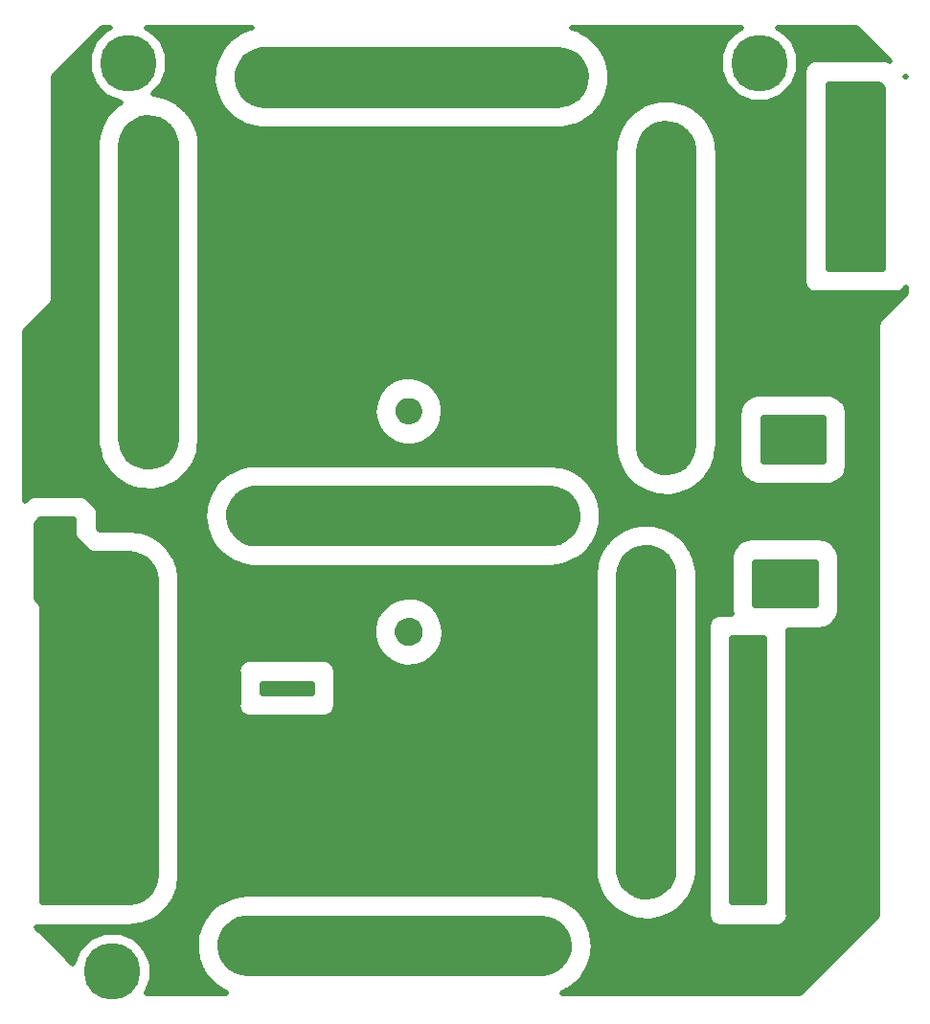
<source format=gbr>
G04 #@! TF.GenerationSoftware,KiCad,Pcbnew,(5.0.0)*
G04 #@! TF.CreationDate,2020-08-12T18:15:37-04:00*
G04 #@! TF.ProjectId,WS2812 Clock,57533238313220436C6F636B2E6B6963,rev?*
G04 #@! TF.SameCoordinates,Original*
G04 #@! TF.FileFunction,Copper,L1,Top,Signal*
G04 #@! TF.FilePolarity,Positive*
%FSLAX46Y46*%
G04 Gerber Fmt 4.6, Leading zero omitted, Abs format (unit mm)*
G04 Created by KiCad (PCBNEW (5.0.0)) date 08/12/20 18:15:37*
%MOMM*%
%LPD*%
G01*
G04 APERTURE LIST*
G04 #@! TA.AperFunction,ComponentPad*
%ADD10C,5.000000*%
G04 #@! TD*
G04 #@! TA.AperFunction,NonConductor*
%ADD11C,0.500000*%
G04 #@! TD*
G04 APERTURE END LIST*
D10*
G04 #@! TO.P,REF\002A\002A,1*
G04 #@! TO.N,N/C*
X236000000Y-34200000D03*
G04 #@! TD*
G04 #@! TO.P,REF\002A\002A,1*
G04 #@! TO.N,N/C*
X180200000Y-34200000D03*
G04 #@! TD*
G04 #@! TO.P,REF\002A\002A,1*
G04 #@! TO.N,N/C*
X178800000Y-114500000D03*
G04 #@! TD*
D11*
G36*
X178217409Y-31232843D02*
X177232843Y-32217409D01*
X176700000Y-33503807D01*
X176700000Y-34896193D01*
X177232843Y-36182591D01*
X178217409Y-37167157D01*
X179494352Y-37696084D01*
X179127340Y-37945504D01*
X179084429Y-37982024D01*
X179037712Y-38013535D01*
X178950523Y-38095987D01*
X178950512Y-38095996D01*
X178950508Y-38096001D01*
X178431077Y-38645284D01*
X178397008Y-38690168D01*
X178358149Y-38730974D01*
X178290696Y-38830227D01*
X178290690Y-38830236D01*
X178290690Y-38830237D01*
X177901324Y-39478253D01*
X177877690Y-39529401D01*
X177848498Y-39577603D01*
X177803928Y-39689036D01*
X177562796Y-40405544D01*
X177550696Y-40460576D01*
X177532536Y-40513922D01*
X177512935Y-40632327D01*
X177436406Y-41336788D01*
X177425001Y-41394125D01*
X177425000Y-67605874D01*
X177430898Y-67635526D01*
X177448488Y-67950148D01*
X177453099Y-67978001D01*
X177453099Y-68006241D01*
X177472702Y-68124646D01*
X177637618Y-68862435D01*
X177655774Y-68915770D01*
X177667876Y-68970811D01*
X177712447Y-69082244D01*
X178031944Y-69767409D01*
X178061132Y-69815605D01*
X178084770Y-69866762D01*
X178152229Y-69966024D01*
X178611403Y-70566598D01*
X178650263Y-70607405D01*
X178684330Y-70652287D01*
X178771521Y-70734739D01*
X178771531Y-70734749D01*
X178771537Y-70734753D01*
X179348958Y-71222713D01*
X179395672Y-71254222D01*
X179438585Y-71290744D01*
X179541459Y-71352557D01*
X180210198Y-71705143D01*
X180262591Y-71725887D01*
X180312344Y-71752341D01*
X180426085Y-71790619D01*
X180426091Y-71790621D01*
X180426093Y-71790621D01*
X181154944Y-71991380D01*
X181210563Y-72000388D01*
X181264840Y-72015543D01*
X181384154Y-72028504D01*
X182139113Y-72068070D01*
X182195375Y-72064924D01*
X182251637Y-72068070D01*
X182370951Y-72055108D01*
X183116794Y-71931634D01*
X183171065Y-71916482D01*
X183226692Y-71907472D01*
X183340422Y-71869197D01*
X183340439Y-71869192D01*
X183340447Y-71869188D01*
X184042370Y-71588440D01*
X184092123Y-71561986D01*
X184144516Y-71541242D01*
X184247390Y-71479429D01*
X184872659Y-71054496D01*
X184915570Y-71017976D01*
X184962287Y-70986465D01*
X185049488Y-70904003D01*
X185568922Y-70354716D01*
X185602983Y-70309842D01*
X185641852Y-70269026D01*
X185709310Y-70169762D01*
X186098676Y-69521747D01*
X186122311Y-69470597D01*
X186151502Y-69422397D01*
X186196069Y-69310973D01*
X186196073Y-69310963D01*
X186196074Y-69310957D01*
X186437204Y-68594456D01*
X186449304Y-68539424D01*
X186467464Y-68486078D01*
X186487065Y-68367673D01*
X186515505Y-68105874D01*
X223175000Y-68105874D01*
X223180898Y-68135526D01*
X223198488Y-68450148D01*
X223203099Y-68478001D01*
X223203099Y-68506241D01*
X223222702Y-68624646D01*
X223387618Y-69362435D01*
X223405774Y-69415770D01*
X223417876Y-69470811D01*
X223462447Y-69582244D01*
X223781944Y-70267409D01*
X223811132Y-70315605D01*
X223834770Y-70366762D01*
X223902229Y-70466024D01*
X224361403Y-71066598D01*
X224400263Y-71107405D01*
X224434330Y-71152287D01*
X224521521Y-71234739D01*
X224521531Y-71234749D01*
X224521537Y-71234753D01*
X225098958Y-71722713D01*
X225145672Y-71754222D01*
X225188585Y-71790744D01*
X225291459Y-71852557D01*
X225960198Y-72205143D01*
X226012591Y-72225887D01*
X226062344Y-72252341D01*
X226176085Y-72290619D01*
X226176091Y-72290621D01*
X226176093Y-72290621D01*
X226904944Y-72491380D01*
X226960563Y-72500388D01*
X227014840Y-72515543D01*
X227134154Y-72528504D01*
X227889113Y-72568070D01*
X227945375Y-72564924D01*
X228001637Y-72568070D01*
X228120951Y-72555108D01*
X228866794Y-72431634D01*
X228921065Y-72416482D01*
X228976692Y-72407472D01*
X229090422Y-72369197D01*
X229090439Y-72369192D01*
X229090447Y-72369188D01*
X229792370Y-72088440D01*
X229842123Y-72061986D01*
X229894516Y-72041242D01*
X229997390Y-71979429D01*
X230622659Y-71554496D01*
X230665570Y-71517976D01*
X230712287Y-71486465D01*
X230799488Y-71404003D01*
X231318922Y-70854716D01*
X231352983Y-70809842D01*
X231391852Y-70769026D01*
X231459310Y-70669762D01*
X231848676Y-70021747D01*
X231872311Y-69970597D01*
X231901502Y-69922397D01*
X231946069Y-69810973D01*
X231946073Y-69810963D01*
X231946074Y-69810957D01*
X232187204Y-69094456D01*
X232199304Y-69039424D01*
X232217464Y-68986078D01*
X232237065Y-68867673D01*
X232313593Y-68163223D01*
X232325000Y-68105875D01*
X232325000Y-65144126D01*
X234175000Y-65144126D01*
X234175001Y-69855875D01*
X234195656Y-69959714D01*
X234195656Y-69959721D01*
X234252746Y-70246734D01*
X234252747Y-70246736D01*
X234252747Y-70246737D01*
X234413261Y-70634253D01*
X234575841Y-70877570D01*
X234726459Y-71028187D01*
X234872430Y-71174159D01*
X235115747Y-71336738D01*
X235115749Y-71336739D01*
X235115750Y-71336740D01*
X235374378Y-71443867D01*
X235503263Y-71497253D01*
X235503264Y-71497253D01*
X235503266Y-71497254D01*
X235790280Y-71554345D01*
X235790286Y-71554345D01*
X235894125Y-71575000D01*
X242105875Y-71575000D01*
X242209719Y-71554344D01*
X242209721Y-71554344D01*
X242496734Y-71497254D01*
X242496736Y-71497253D01*
X242496737Y-71497253D01*
X242884253Y-71336739D01*
X243127570Y-71174159D01*
X243346430Y-70955298D01*
X243424159Y-70877570D01*
X243586738Y-70634253D01*
X243586739Y-70634251D01*
X243586740Y-70634250D01*
X243723827Y-70303293D01*
X243747253Y-70246737D01*
X243747253Y-70246736D01*
X243747254Y-70246734D01*
X243804345Y-69959720D01*
X243804345Y-69959714D01*
X243825000Y-69855875D01*
X243825000Y-65144125D01*
X243804345Y-65040286D01*
X243804345Y-65040280D01*
X243747254Y-64753266D01*
X243586740Y-64365750D01*
X243586738Y-64365748D01*
X243586738Y-64365747D01*
X243424159Y-64122430D01*
X243305523Y-64003795D01*
X243127570Y-63825841D01*
X242884253Y-63663261D01*
X242496737Y-63502747D01*
X242496736Y-63502747D01*
X242496734Y-63502746D01*
X242209721Y-63445656D01*
X242209719Y-63445656D01*
X242105875Y-63425000D01*
X235894125Y-63425000D01*
X235790286Y-63445655D01*
X235790280Y-63445655D01*
X235503266Y-63502746D01*
X235503264Y-63502747D01*
X235503263Y-63502747D01*
X235409237Y-63541694D01*
X235115750Y-63663260D01*
X235115749Y-63663261D01*
X235115747Y-63663262D01*
X234872430Y-63825841D01*
X234795509Y-63902763D01*
X234575841Y-64122430D01*
X234413261Y-64365747D01*
X234262567Y-64729556D01*
X234252746Y-64753266D01*
X234195656Y-65040279D01*
X234195656Y-65040280D01*
X234175000Y-65144126D01*
X232325000Y-65144126D01*
X232325000Y-41894125D01*
X232319102Y-41864473D01*
X232301512Y-41549852D01*
X232296901Y-41521999D01*
X232296901Y-41493759D01*
X232277298Y-41375354D01*
X232112382Y-40637565D01*
X232094225Y-40584229D01*
X232082124Y-40529190D01*
X232037553Y-40417756D01*
X231718056Y-39732591D01*
X231688866Y-39684392D01*
X231665230Y-39633239D01*
X231597771Y-39533976D01*
X231138598Y-38933403D01*
X231099742Y-38892600D01*
X231065671Y-38847713D01*
X230978470Y-38765252D01*
X230401042Y-38277288D01*
X230354332Y-38245782D01*
X230311415Y-38209256D01*
X230208540Y-38147443D01*
X229539802Y-37794857D01*
X229487409Y-37774113D01*
X229437656Y-37747659D01*
X229323909Y-37709379D01*
X228595056Y-37508620D01*
X228539437Y-37499612D01*
X228485160Y-37484457D01*
X228365845Y-37471496D01*
X227610887Y-37431930D01*
X227554625Y-37435076D01*
X227498363Y-37431930D01*
X227379049Y-37444892D01*
X226633205Y-37568366D01*
X226578936Y-37583518D01*
X226523308Y-37592528D01*
X226409561Y-37630809D01*
X225707630Y-37911561D01*
X225657883Y-37938012D01*
X225605484Y-37958758D01*
X225502617Y-38020568D01*
X225502609Y-38020572D01*
X225502610Y-38020572D01*
X224877340Y-38445504D01*
X224834429Y-38482024D01*
X224787712Y-38513535D01*
X224700523Y-38595987D01*
X224700512Y-38595996D01*
X224700508Y-38596001D01*
X224181077Y-39145284D01*
X224147008Y-39190168D01*
X224108149Y-39230974D01*
X224040696Y-39330227D01*
X224040690Y-39330236D01*
X224040690Y-39330237D01*
X223651324Y-39978253D01*
X223627690Y-40029401D01*
X223598498Y-40077603D01*
X223553928Y-40189036D01*
X223312796Y-40905544D01*
X223300696Y-40960576D01*
X223282536Y-41013922D01*
X223262935Y-41132327D01*
X223186406Y-41836788D01*
X223175001Y-41894125D01*
X223175000Y-68105874D01*
X186515505Y-68105874D01*
X186563593Y-67663223D01*
X186575000Y-67605875D01*
X186575000Y-65037812D01*
X201905231Y-65037812D01*
X202040237Y-65904890D01*
X202413176Y-66699226D01*
X202994069Y-67356961D01*
X203736217Y-67825222D01*
X204579960Y-68066365D01*
X205457470Y-68061004D01*
X206298204Y-67809571D01*
X207034576Y-67332279D01*
X207607390Y-66667496D01*
X207970597Y-65868663D01*
X208095000Y-65000000D01*
X208094076Y-64924382D01*
X207948487Y-64059018D01*
X207565871Y-63269298D01*
X206976986Y-62618708D01*
X206229173Y-62159549D01*
X205382547Y-61928733D01*
X204505168Y-61944813D01*
X203667568Y-62206499D01*
X202937082Y-62692752D01*
X202372433Y-63364483D01*
X202019012Y-64167693D01*
X201905231Y-65037812D01*
X186575000Y-65037812D01*
X186575000Y-41394125D01*
X186569102Y-41364473D01*
X186551512Y-41049852D01*
X186546901Y-41021999D01*
X186546901Y-40993759D01*
X186527298Y-40875354D01*
X186362382Y-40137565D01*
X186344225Y-40084229D01*
X186332124Y-40029190D01*
X186287553Y-39917756D01*
X185968056Y-39232591D01*
X185938866Y-39184392D01*
X185915230Y-39133239D01*
X185847771Y-39033976D01*
X185388598Y-38433403D01*
X185349742Y-38392600D01*
X185315671Y-38347713D01*
X185228470Y-38265252D01*
X184651042Y-37777288D01*
X184604332Y-37745782D01*
X184561415Y-37709256D01*
X184458540Y-37647443D01*
X183789802Y-37294857D01*
X183737409Y-37274113D01*
X183687656Y-37247659D01*
X183573909Y-37209379D01*
X182845056Y-37008620D01*
X182789437Y-36999612D01*
X182735160Y-36984457D01*
X182615845Y-36971496D01*
X182390084Y-36959664D01*
X183167157Y-36182591D01*
X183700000Y-34896193D01*
X183700000Y-33503807D01*
X183167157Y-32217409D01*
X182182591Y-31232843D01*
X181801524Y-31075000D01*
X191167701Y-31075000D01*
X190887565Y-31137618D01*
X190834229Y-31155775D01*
X190779190Y-31167876D01*
X190667762Y-31212445D01*
X190667755Y-31212447D01*
X190667752Y-31212449D01*
X189982591Y-31531944D01*
X189934392Y-31561134D01*
X189883239Y-31584770D01*
X189783976Y-31652229D01*
X189183403Y-32111402D01*
X189142600Y-32150258D01*
X189097713Y-32184329D01*
X189015252Y-32271530D01*
X188527288Y-32848958D01*
X188495782Y-32895668D01*
X188459256Y-32938585D01*
X188397443Y-33041460D01*
X188044857Y-33710198D01*
X188024113Y-33762591D01*
X187997659Y-33812344D01*
X187959379Y-33926091D01*
X187758620Y-34654944D01*
X187749612Y-34710563D01*
X187734457Y-34764840D01*
X187721496Y-34884155D01*
X187681930Y-35639113D01*
X187685076Y-35695375D01*
X187681930Y-35751637D01*
X187694892Y-35870951D01*
X187818366Y-36616794D01*
X187833518Y-36671065D01*
X187842528Y-36726692D01*
X187880803Y-36840422D01*
X187880808Y-36840439D01*
X187880812Y-36840447D01*
X188161560Y-37542370D01*
X188188014Y-37592123D01*
X188208758Y-37644516D01*
X188270571Y-37747390D01*
X188695504Y-38372659D01*
X188732024Y-38415570D01*
X188763535Y-38462287D01*
X188845997Y-38549488D01*
X189395284Y-39068922D01*
X189440158Y-39102983D01*
X189480974Y-39141852D01*
X189580231Y-39209306D01*
X189580236Y-39209309D01*
X189580238Y-39209310D01*
X190228253Y-39598676D01*
X190279403Y-39622311D01*
X190327603Y-39651502D01*
X190439027Y-39696069D01*
X190439037Y-39696073D01*
X190439043Y-39696074D01*
X191155544Y-39937204D01*
X191210576Y-39949304D01*
X191263922Y-39967464D01*
X191382323Y-39987064D01*
X191382326Y-39987065D01*
X191382327Y-39987065D01*
X192086777Y-40063593D01*
X192144125Y-40075000D01*
X218355875Y-40075000D01*
X218385527Y-40069102D01*
X218700148Y-40051512D01*
X218728001Y-40046901D01*
X218756241Y-40046901D01*
X218874646Y-40027298D01*
X219612435Y-39862382D01*
X219665770Y-39844226D01*
X219720811Y-39832124D01*
X219832238Y-39787555D01*
X219832245Y-39787553D01*
X219832248Y-39787551D01*
X220517409Y-39468056D01*
X220565605Y-39438868D01*
X220616762Y-39415230D01*
X220716024Y-39347771D01*
X221316598Y-38888597D01*
X221357405Y-38849737D01*
X221402287Y-38815670D01*
X221484739Y-38728479D01*
X221484749Y-38728469D01*
X221484753Y-38728463D01*
X221972713Y-38151042D01*
X222004222Y-38104328D01*
X222040744Y-38061415D01*
X222102557Y-37958541D01*
X222455143Y-37289802D01*
X222475887Y-37237409D01*
X222502341Y-37187656D01*
X222540621Y-37073908D01*
X222741380Y-36345056D01*
X222750388Y-36289437D01*
X222765543Y-36235160D01*
X222778504Y-36115846D01*
X222818070Y-35360887D01*
X222814924Y-35304625D01*
X222818070Y-35248363D01*
X222805108Y-35129049D01*
X222681634Y-34383205D01*
X222666482Y-34328936D01*
X222657472Y-34273308D01*
X222619191Y-34159561D01*
X222338439Y-33457630D01*
X222311988Y-33407883D01*
X222291242Y-33355484D01*
X222229428Y-33252610D01*
X221804496Y-32627340D01*
X221767976Y-32584429D01*
X221736465Y-32537712D01*
X221654013Y-32450523D01*
X221654004Y-32450512D01*
X221653999Y-32450508D01*
X221104716Y-31931077D01*
X221059832Y-31897008D01*
X221019026Y-31858149D01*
X220919773Y-31790696D01*
X220919764Y-31790690D01*
X220919760Y-31790688D01*
X220271747Y-31401324D01*
X220220599Y-31377690D01*
X220172397Y-31348498D01*
X220060964Y-31303928D01*
X219380719Y-31075000D01*
X234398476Y-31075000D01*
X234017409Y-31232843D01*
X233032843Y-32217409D01*
X232500000Y-33503807D01*
X232500000Y-34896193D01*
X233032843Y-36182591D01*
X234017409Y-37167157D01*
X235303807Y-37700000D01*
X236696193Y-37700000D01*
X237982591Y-37167157D01*
X238967157Y-36182591D01*
X239500000Y-34896193D01*
X239500000Y-33503807D01*
X238967157Y-32217409D01*
X237982591Y-31232843D01*
X237601524Y-31075000D01*
X244554722Y-31075000D01*
X247563047Y-34083325D01*
X247419444Y-33987373D01*
X247105875Y-33925000D01*
X247105871Y-33925000D01*
X247000000Y-33903941D01*
X246894129Y-33925000D01*
X241105875Y-33925000D01*
X241000000Y-33903940D01*
X240894125Y-33925000D01*
X240580556Y-33987373D01*
X240224969Y-34224969D01*
X239987373Y-34580556D01*
X239903940Y-35000000D01*
X239925000Y-35105875D01*
X239925001Y-53394120D01*
X239903940Y-53500000D01*
X239987373Y-53919444D01*
X240224969Y-54275031D01*
X240580556Y-54512627D01*
X240894125Y-54575000D01*
X241000000Y-54596060D01*
X241105875Y-54575000D01*
X247894125Y-54575000D01*
X248000000Y-54596060D01*
X248105875Y-54575000D01*
X248419444Y-54512627D01*
X248775031Y-54275031D01*
X248925000Y-54050587D01*
X248925000Y-54554721D01*
X246814726Y-56664996D01*
X246724970Y-56724969D01*
X246664997Y-56814725D01*
X246664996Y-56814726D01*
X246487373Y-57080557D01*
X246403941Y-57500000D01*
X246425001Y-57605876D01*
X246425000Y-80105874D01*
X246425001Y-80105879D01*
X246425000Y-89894125D01*
X246425000Y-89894126D01*
X246425001Y-109554720D01*
X244314728Y-111664994D01*
X244314725Y-111664996D01*
X239554722Y-116425000D01*
X218573615Y-116425000D01*
X219017409Y-116218056D01*
X219065605Y-116188868D01*
X219116762Y-116165230D01*
X219216024Y-116097771D01*
X219816598Y-115638597D01*
X219857405Y-115599737D01*
X219902287Y-115565670D01*
X219984739Y-115478479D01*
X219984749Y-115478469D01*
X219984753Y-115478463D01*
X220472713Y-114901042D01*
X220504222Y-114854328D01*
X220540744Y-114811415D01*
X220602557Y-114708541D01*
X220955143Y-114039802D01*
X220975887Y-113987409D01*
X221002341Y-113937656D01*
X221040621Y-113823908D01*
X221241380Y-113095056D01*
X221250388Y-113039437D01*
X221265543Y-112985160D01*
X221278504Y-112865846D01*
X221318070Y-112110887D01*
X221314924Y-112054625D01*
X221318070Y-111998363D01*
X221305108Y-111879049D01*
X221181634Y-111133205D01*
X221166482Y-111078936D01*
X221157472Y-111023308D01*
X221119191Y-110909561D01*
X220838439Y-110207630D01*
X220811988Y-110157883D01*
X220791242Y-110105484D01*
X220729428Y-110002610D01*
X220304496Y-109377340D01*
X220267976Y-109334429D01*
X220236465Y-109287712D01*
X220154013Y-109200523D01*
X220154004Y-109200512D01*
X220153999Y-109200508D01*
X219604716Y-108681077D01*
X219559832Y-108647008D01*
X219519026Y-108608149D01*
X219419773Y-108540696D01*
X219419764Y-108540690D01*
X219419760Y-108540688D01*
X218771747Y-108151324D01*
X218720599Y-108127690D01*
X218672397Y-108098498D01*
X218560964Y-108053928D01*
X217844456Y-107812796D01*
X217789424Y-107800696D01*
X217736078Y-107782536D01*
X217617677Y-107762936D01*
X217617674Y-107762935D01*
X217617673Y-107762935D01*
X216913223Y-107686407D01*
X216855875Y-107675000D01*
X190644125Y-107675000D01*
X190614473Y-107680898D01*
X190299852Y-107698488D01*
X190271999Y-107703099D01*
X190243759Y-107703099D01*
X190125354Y-107722702D01*
X189387565Y-107887618D01*
X189334229Y-107905775D01*
X189279190Y-107917876D01*
X189167762Y-107962445D01*
X189167755Y-107962447D01*
X189167752Y-107962449D01*
X188482591Y-108281944D01*
X188434392Y-108311134D01*
X188383239Y-108334770D01*
X188283976Y-108402229D01*
X187683403Y-108861402D01*
X187642600Y-108900258D01*
X187597713Y-108934329D01*
X187515252Y-109021530D01*
X187027288Y-109598958D01*
X186995782Y-109645668D01*
X186959256Y-109688585D01*
X186897443Y-109791460D01*
X186544857Y-110460198D01*
X186524113Y-110512591D01*
X186497659Y-110562344D01*
X186459379Y-110676091D01*
X186258620Y-111404944D01*
X186249612Y-111460563D01*
X186234457Y-111514840D01*
X186221496Y-111634155D01*
X186181930Y-112389113D01*
X186185076Y-112445375D01*
X186181930Y-112501637D01*
X186194892Y-112620951D01*
X186318366Y-113366794D01*
X186333518Y-113421065D01*
X186342528Y-113476692D01*
X186380803Y-113590422D01*
X186380808Y-113590439D01*
X186380812Y-113590447D01*
X186661560Y-114292370D01*
X186688014Y-114342123D01*
X186708758Y-114394516D01*
X186770571Y-114497390D01*
X187195504Y-115122659D01*
X187232024Y-115165570D01*
X187263535Y-115212287D01*
X187345997Y-115299488D01*
X187895284Y-115818922D01*
X187940158Y-115852983D01*
X187980974Y-115891852D01*
X188080231Y-115959306D01*
X188080236Y-115959309D01*
X188080238Y-115959310D01*
X188728253Y-116348676D01*
X188779403Y-116372311D01*
X188827603Y-116401502D01*
X188886352Y-116425000D01*
X181791012Y-116425000D01*
X182300000Y-115196193D01*
X182300000Y-113803807D01*
X181767157Y-112517409D01*
X180782591Y-111532843D01*
X179496193Y-111000000D01*
X178103807Y-111000000D01*
X176817409Y-111532843D01*
X175832843Y-112517409D01*
X175307054Y-113786776D01*
X173335006Y-111814728D01*
X173335004Y-111814725D01*
X172097036Y-110576757D01*
X172105871Y-110575000D01*
X180355875Y-110575000D01*
X180370718Y-110572048D01*
X180475389Y-110569124D01*
X180488461Y-110567333D01*
X180501637Y-110568070D01*
X180620951Y-110555108D01*
X181366794Y-110431634D01*
X181421065Y-110416482D01*
X181476692Y-110407472D01*
X181590422Y-110369197D01*
X181590439Y-110369192D01*
X181590447Y-110369188D01*
X182292370Y-110088440D01*
X182342123Y-110061986D01*
X182394516Y-110041242D01*
X182497390Y-109979429D01*
X183122659Y-109554496D01*
X183165570Y-109517976D01*
X183212287Y-109486465D01*
X183299488Y-109404003D01*
X183818922Y-108854716D01*
X183852983Y-108809842D01*
X183891852Y-108769026D01*
X183959310Y-108669762D01*
X184348676Y-108021747D01*
X184372311Y-107970597D01*
X184401502Y-107922397D01*
X184446069Y-107810973D01*
X184446073Y-107810963D01*
X184446074Y-107810957D01*
X184687204Y-107094456D01*
X184699304Y-107039424D01*
X184717464Y-106986078D01*
X184737065Y-106867673D01*
X184813593Y-106163223D01*
X184825000Y-106105875D01*
X184825000Y-105605874D01*
X221425000Y-105605874D01*
X221430898Y-105635526D01*
X221448488Y-105950148D01*
X221453099Y-105978001D01*
X221453099Y-106006241D01*
X221472702Y-106124646D01*
X221637618Y-106862435D01*
X221655774Y-106915770D01*
X221667876Y-106970811D01*
X221712447Y-107082244D01*
X222031944Y-107767409D01*
X222061132Y-107815605D01*
X222084770Y-107866762D01*
X222152229Y-107966024D01*
X222611403Y-108566598D01*
X222650263Y-108607405D01*
X222684330Y-108652287D01*
X222771521Y-108734739D01*
X222771531Y-108734749D01*
X222771537Y-108734753D01*
X223348958Y-109222713D01*
X223395672Y-109254222D01*
X223438585Y-109290744D01*
X223541459Y-109352557D01*
X224210198Y-109705143D01*
X224262591Y-109725887D01*
X224312344Y-109752341D01*
X224426085Y-109790619D01*
X224426091Y-109790621D01*
X224426093Y-109790621D01*
X225154944Y-109991380D01*
X225210563Y-110000388D01*
X225264840Y-110015543D01*
X225384154Y-110028504D01*
X226139113Y-110068070D01*
X226195375Y-110064924D01*
X226251637Y-110068070D01*
X226370951Y-110055108D01*
X227116794Y-109931634D01*
X227171065Y-109916482D01*
X227226692Y-109907472D01*
X227340422Y-109869197D01*
X227340439Y-109869192D01*
X227340447Y-109869188D01*
X228042370Y-109588440D01*
X228092123Y-109561986D01*
X228144516Y-109541242D01*
X228247390Y-109479429D01*
X228872659Y-109054496D01*
X228915570Y-109017976D01*
X228962287Y-108986465D01*
X229049488Y-108904003D01*
X229568922Y-108354716D01*
X229602983Y-108309842D01*
X229641852Y-108269026D01*
X229709310Y-108169762D01*
X230098676Y-107521747D01*
X230122311Y-107470597D01*
X230151502Y-107422397D01*
X230196069Y-107310973D01*
X230196073Y-107310963D01*
X230196074Y-107310957D01*
X230437204Y-106594456D01*
X230449304Y-106539424D01*
X230467464Y-106486078D01*
X230487065Y-106367673D01*
X230563593Y-105663223D01*
X230575000Y-105605875D01*
X230575000Y-84000000D01*
X231403940Y-84000000D01*
X231425001Y-84105880D01*
X231425000Y-109394125D01*
X231403940Y-109500000D01*
X231487373Y-109919444D01*
X231701608Y-110240069D01*
X231724969Y-110275031D01*
X232080556Y-110512627D01*
X232500000Y-110596060D01*
X232605875Y-110575000D01*
X237394125Y-110575000D01*
X237500000Y-110596060D01*
X237605875Y-110575000D01*
X237607982Y-110574581D01*
X237919444Y-110512627D01*
X238275031Y-110275031D01*
X238512627Y-109919444D01*
X238517767Y-109893604D01*
X238596060Y-109500000D01*
X238575000Y-109394125D01*
X238575000Y-84325000D01*
X241405875Y-84325000D01*
X241509719Y-84304344D01*
X241509721Y-84304344D01*
X241796734Y-84247254D01*
X241796736Y-84247253D01*
X241796737Y-84247253D01*
X242184253Y-84086739D01*
X242427570Y-83924159D01*
X242605523Y-83746205D01*
X242724159Y-83627570D01*
X242886738Y-83384253D01*
X242886739Y-83384251D01*
X242886740Y-83384250D01*
X243047254Y-82996734D01*
X243104345Y-82709720D01*
X243104345Y-82709714D01*
X243125000Y-82605875D01*
X243125000Y-77894125D01*
X243104345Y-77790286D01*
X243104345Y-77790280D01*
X243047254Y-77503266D01*
X243022174Y-77442716D01*
X242981294Y-77344024D01*
X242886740Y-77115750D01*
X242886738Y-77115748D01*
X242886738Y-77115747D01*
X242724159Y-76872430D01*
X242580068Y-76728340D01*
X242427570Y-76575841D01*
X242184253Y-76413261D01*
X241796737Y-76252747D01*
X241796736Y-76252747D01*
X241796734Y-76252746D01*
X241509721Y-76195656D01*
X241509719Y-76195656D01*
X241405875Y-76175000D01*
X235194125Y-76175000D01*
X235090286Y-76195655D01*
X235090280Y-76195655D01*
X234803266Y-76252746D01*
X234803264Y-76252747D01*
X234803263Y-76252747D01*
X234735175Y-76280950D01*
X234415750Y-76413260D01*
X234415749Y-76413261D01*
X234415747Y-76413262D01*
X234172430Y-76575841D01*
X234097770Y-76650502D01*
X233875841Y-76872430D01*
X233713261Y-77115747D01*
X233563017Y-77478469D01*
X233552746Y-77503266D01*
X233495656Y-77790279D01*
X233495656Y-77790280D01*
X233475000Y-77894126D01*
X233475001Y-82605875D01*
X233495656Y-82709714D01*
X233495656Y-82709721D01*
X233538477Y-82925000D01*
X232605875Y-82925000D01*
X232500000Y-82903940D01*
X232394125Y-82925000D01*
X232080556Y-82987373D01*
X231724969Y-83224969D01*
X231487373Y-83580556D01*
X231403940Y-84000000D01*
X230575000Y-84000000D01*
X230575000Y-79394125D01*
X230569102Y-79364473D01*
X230551512Y-79049852D01*
X230546901Y-79021999D01*
X230546901Y-78993759D01*
X230527298Y-78875354D01*
X230362382Y-78137565D01*
X230344225Y-78084229D01*
X230332124Y-78029190D01*
X230287553Y-77917756D01*
X229968056Y-77232591D01*
X229938866Y-77184392D01*
X229915230Y-77133239D01*
X229847771Y-77033976D01*
X229388598Y-76433403D01*
X229349742Y-76392600D01*
X229315671Y-76347713D01*
X229228470Y-76265252D01*
X228651042Y-75777288D01*
X228604332Y-75745782D01*
X228561415Y-75709256D01*
X228458540Y-75647443D01*
X227789802Y-75294857D01*
X227737409Y-75274113D01*
X227687656Y-75247659D01*
X227573909Y-75209379D01*
X226845056Y-75008620D01*
X226789437Y-74999612D01*
X226735160Y-74984457D01*
X226615845Y-74971496D01*
X225860887Y-74931930D01*
X225804625Y-74935076D01*
X225748363Y-74931930D01*
X225629049Y-74944892D01*
X224883205Y-75068366D01*
X224828936Y-75083518D01*
X224773308Y-75092528D01*
X224659561Y-75130809D01*
X223957630Y-75411561D01*
X223907883Y-75438012D01*
X223855484Y-75458758D01*
X223752617Y-75520568D01*
X223752609Y-75520572D01*
X223752610Y-75520572D01*
X223127340Y-75945504D01*
X223084429Y-75982024D01*
X223037712Y-76013535D01*
X222950523Y-76095987D01*
X222950512Y-76095996D01*
X222950508Y-76096001D01*
X222431077Y-76645284D01*
X222397008Y-76690168D01*
X222358149Y-76730974D01*
X222290696Y-76830227D01*
X222290690Y-76830236D01*
X222290690Y-76830237D01*
X221901324Y-77478253D01*
X221877690Y-77529401D01*
X221848498Y-77577603D01*
X221803928Y-77689036D01*
X221562796Y-78405544D01*
X221550696Y-78460576D01*
X221532536Y-78513922D01*
X221512935Y-78632327D01*
X221436406Y-79336788D01*
X221425001Y-79394125D01*
X221425000Y-105605874D01*
X184825000Y-105605874D01*
X184825000Y-88000000D01*
X189903940Y-88000000D01*
X189925000Y-88105876D01*
X189925001Y-90894120D01*
X189903940Y-91000000D01*
X189987373Y-91419444D01*
X190224969Y-91775031D01*
X190580556Y-92012627D01*
X190894125Y-92075000D01*
X191000000Y-92096060D01*
X191105875Y-92075000D01*
X197394125Y-92075000D01*
X197500000Y-92096060D01*
X197605875Y-92075000D01*
X197919444Y-92012627D01*
X198275031Y-91775031D01*
X198512627Y-91419444D01*
X198596060Y-91000000D01*
X198575000Y-90894125D01*
X198575000Y-88105875D01*
X198596060Y-88000000D01*
X198512627Y-87580556D01*
X198275031Y-87224969D01*
X197919444Y-86987373D01*
X197605875Y-86925000D01*
X197500000Y-86903940D01*
X197394125Y-86925000D01*
X191105875Y-86925000D01*
X191000000Y-86903940D01*
X190894125Y-86925000D01*
X190580556Y-86987373D01*
X190224969Y-87224969D01*
X189987373Y-87580556D01*
X189903940Y-88000000D01*
X184825000Y-88000000D01*
X184825000Y-84104379D01*
X201868337Y-84104379D01*
X201877309Y-84961119D01*
X202116345Y-85783886D01*
X202567834Y-86512063D01*
X203198512Y-87092001D01*
X203961915Y-87480974D01*
X204801798Y-87650324D01*
X205656284Y-87587575D01*
X206462418Y-87297349D01*
X207160809Y-86801028D01*
X207700003Y-86135180D01*
X208040274Y-85348860D01*
X208156553Y-84500000D01*
X208155861Y-84433894D01*
X208021830Y-83587656D01*
X207665166Y-82808634D01*
X207112146Y-82154224D01*
X206403515Y-81672638D01*
X205591479Y-81399358D01*
X204735866Y-81354517D01*
X203899714Y-81541420D01*
X203144625Y-81946295D01*
X202526230Y-82539314D01*
X202090090Y-83276787D01*
X201868337Y-84104379D01*
X184825000Y-84104379D01*
X184825000Y-79894125D01*
X184822048Y-79879282D01*
X184819124Y-79774611D01*
X184817333Y-79761539D01*
X184818070Y-79748363D01*
X184805108Y-79629049D01*
X184681634Y-78883205D01*
X184666482Y-78828936D01*
X184657472Y-78773308D01*
X184619191Y-78659561D01*
X184338439Y-77957630D01*
X184311988Y-77907883D01*
X184291242Y-77855484D01*
X184229428Y-77752610D01*
X183804496Y-77127340D01*
X183767976Y-77084429D01*
X183736465Y-77037712D01*
X183654013Y-76950523D01*
X183654004Y-76950512D01*
X183653999Y-76950508D01*
X183104716Y-76431077D01*
X183059832Y-76397008D01*
X183019026Y-76358149D01*
X182919773Y-76290696D01*
X182919764Y-76290690D01*
X182919760Y-76290688D01*
X182271747Y-75901324D01*
X182220599Y-75877690D01*
X182172397Y-75848498D01*
X182060964Y-75803928D01*
X181344456Y-75562796D01*
X181289424Y-75550696D01*
X181236078Y-75532536D01*
X181117677Y-75512936D01*
X181117674Y-75512935D01*
X181117673Y-75512935D01*
X180413223Y-75436407D01*
X180355875Y-75425000D01*
X177695279Y-75425000D01*
X177575000Y-75304722D01*
X177575000Y-74389113D01*
X186931930Y-74389113D01*
X186935076Y-74445375D01*
X186931930Y-74501637D01*
X186944892Y-74620951D01*
X187068366Y-75366794D01*
X187083518Y-75421065D01*
X187092528Y-75476692D01*
X187130803Y-75590422D01*
X187130808Y-75590439D01*
X187130812Y-75590447D01*
X187411560Y-76292370D01*
X187438014Y-76342123D01*
X187458758Y-76394516D01*
X187520571Y-76497390D01*
X187945504Y-77122659D01*
X187982024Y-77165570D01*
X188013535Y-77212287D01*
X188095997Y-77299488D01*
X188645284Y-77818922D01*
X188690158Y-77852983D01*
X188730974Y-77891852D01*
X188830231Y-77959306D01*
X188830236Y-77959309D01*
X188830238Y-77959310D01*
X189478253Y-78348676D01*
X189529403Y-78372311D01*
X189577603Y-78401502D01*
X189689027Y-78446069D01*
X189689037Y-78446073D01*
X189689043Y-78446074D01*
X190405544Y-78687204D01*
X190460576Y-78699304D01*
X190513922Y-78717464D01*
X190632323Y-78737064D01*
X190632326Y-78737065D01*
X190632327Y-78737065D01*
X191336777Y-78813593D01*
X191394125Y-78825000D01*
X217605875Y-78825000D01*
X217635527Y-78819102D01*
X217950148Y-78801512D01*
X217978001Y-78796901D01*
X218006241Y-78796901D01*
X218124646Y-78777298D01*
X218862435Y-78612382D01*
X218915770Y-78594226D01*
X218970811Y-78582124D01*
X219082238Y-78537555D01*
X219082245Y-78537553D01*
X219082248Y-78537551D01*
X219767409Y-78218056D01*
X219815605Y-78188868D01*
X219866762Y-78165230D01*
X219966024Y-78097771D01*
X220566598Y-77638597D01*
X220607405Y-77599737D01*
X220652287Y-77565670D01*
X220734739Y-77478479D01*
X220734749Y-77478469D01*
X220734753Y-77478463D01*
X221222713Y-76901042D01*
X221254222Y-76854328D01*
X221290744Y-76811415D01*
X221352557Y-76708541D01*
X221705143Y-76039802D01*
X221725887Y-75987409D01*
X221752341Y-75937656D01*
X221790621Y-75823908D01*
X221991380Y-75095056D01*
X222000388Y-75039437D01*
X222015543Y-74985160D01*
X222028504Y-74865846D01*
X222068070Y-74110887D01*
X222064924Y-74054625D01*
X222068070Y-73998363D01*
X222055108Y-73879049D01*
X221931634Y-73133205D01*
X221916482Y-73078936D01*
X221907472Y-73023308D01*
X221869191Y-72909561D01*
X221588439Y-72207630D01*
X221561988Y-72157883D01*
X221541242Y-72105484D01*
X221479428Y-72002610D01*
X221054496Y-71377340D01*
X221017976Y-71334429D01*
X220986465Y-71287712D01*
X220904013Y-71200523D01*
X220904004Y-71200512D01*
X220903999Y-71200508D01*
X220354716Y-70681077D01*
X220309832Y-70647008D01*
X220269026Y-70608149D01*
X220169773Y-70540696D01*
X220169764Y-70540690D01*
X220169760Y-70540688D01*
X219521747Y-70151324D01*
X219470599Y-70127690D01*
X219422397Y-70098498D01*
X219310964Y-70053928D01*
X218594456Y-69812796D01*
X218539424Y-69800696D01*
X218486078Y-69782536D01*
X218367677Y-69762936D01*
X218367674Y-69762935D01*
X218367673Y-69762935D01*
X217663223Y-69686407D01*
X217605875Y-69675000D01*
X191394125Y-69675000D01*
X191364473Y-69680898D01*
X191049852Y-69698488D01*
X191021999Y-69703099D01*
X190993759Y-69703099D01*
X190875354Y-69722702D01*
X190137565Y-69887618D01*
X190084229Y-69905775D01*
X190029190Y-69917876D01*
X189917762Y-69962445D01*
X189917755Y-69962447D01*
X189917752Y-69962449D01*
X189232591Y-70281944D01*
X189184392Y-70311134D01*
X189133239Y-70334770D01*
X189033976Y-70402229D01*
X188433403Y-70861402D01*
X188392600Y-70900258D01*
X188347713Y-70934329D01*
X188265252Y-71021530D01*
X187777288Y-71598958D01*
X187745782Y-71645668D01*
X187709256Y-71688585D01*
X187647443Y-71791460D01*
X187294857Y-72460198D01*
X187274113Y-72512591D01*
X187247659Y-72562344D01*
X187209379Y-72676091D01*
X187008620Y-73404944D01*
X186999612Y-73460563D01*
X186984457Y-73514840D01*
X186971496Y-73634155D01*
X186931930Y-74389113D01*
X177575000Y-74389113D01*
X177575000Y-74105871D01*
X177596059Y-74000000D01*
X177575000Y-73894128D01*
X177575000Y-73894125D01*
X177512627Y-73580556D01*
X177275031Y-73224969D01*
X177185272Y-73164994D01*
X176835006Y-72814728D01*
X176775031Y-72724969D01*
X176419444Y-72487373D01*
X176105875Y-72425000D01*
X176105871Y-72425000D01*
X176000000Y-72403941D01*
X175894129Y-72425000D01*
X172105871Y-72425000D01*
X172000000Y-72403941D01*
X171894128Y-72425000D01*
X171894125Y-72425000D01*
X171580556Y-72487373D01*
X171224969Y-72724969D01*
X171164994Y-72814728D01*
X171075000Y-72904722D01*
X171075000Y-57945278D01*
X173185275Y-55835004D01*
X173275031Y-55775031D01*
X173512627Y-55419444D01*
X173575000Y-55105875D01*
X173575000Y-55105872D01*
X173596059Y-55000000D01*
X173575000Y-54894129D01*
X173575000Y-35445278D01*
X177945279Y-31075000D01*
X178598476Y-31075000D01*
X178217409Y-31232843D01*
X178217409Y-31232843D01*
G37*
X178217409Y-31232843D02*
X177232843Y-32217409D01*
X176700000Y-33503807D01*
X176700000Y-34896193D01*
X177232843Y-36182591D01*
X178217409Y-37167157D01*
X179494352Y-37696084D01*
X179127340Y-37945504D01*
X179084429Y-37982024D01*
X179037712Y-38013535D01*
X178950523Y-38095987D01*
X178950512Y-38095996D01*
X178950508Y-38096001D01*
X178431077Y-38645284D01*
X178397008Y-38690168D01*
X178358149Y-38730974D01*
X178290696Y-38830227D01*
X178290690Y-38830236D01*
X178290690Y-38830237D01*
X177901324Y-39478253D01*
X177877690Y-39529401D01*
X177848498Y-39577603D01*
X177803928Y-39689036D01*
X177562796Y-40405544D01*
X177550696Y-40460576D01*
X177532536Y-40513922D01*
X177512935Y-40632327D01*
X177436406Y-41336788D01*
X177425001Y-41394125D01*
X177425000Y-67605874D01*
X177430898Y-67635526D01*
X177448488Y-67950148D01*
X177453099Y-67978001D01*
X177453099Y-68006241D01*
X177472702Y-68124646D01*
X177637618Y-68862435D01*
X177655774Y-68915770D01*
X177667876Y-68970811D01*
X177712447Y-69082244D01*
X178031944Y-69767409D01*
X178061132Y-69815605D01*
X178084770Y-69866762D01*
X178152229Y-69966024D01*
X178611403Y-70566598D01*
X178650263Y-70607405D01*
X178684330Y-70652287D01*
X178771521Y-70734739D01*
X178771531Y-70734749D01*
X178771537Y-70734753D01*
X179348958Y-71222713D01*
X179395672Y-71254222D01*
X179438585Y-71290744D01*
X179541459Y-71352557D01*
X180210198Y-71705143D01*
X180262591Y-71725887D01*
X180312344Y-71752341D01*
X180426085Y-71790619D01*
X180426091Y-71790621D01*
X180426093Y-71790621D01*
X181154944Y-71991380D01*
X181210563Y-72000388D01*
X181264840Y-72015543D01*
X181384154Y-72028504D01*
X182139113Y-72068070D01*
X182195375Y-72064924D01*
X182251637Y-72068070D01*
X182370951Y-72055108D01*
X183116794Y-71931634D01*
X183171065Y-71916482D01*
X183226692Y-71907472D01*
X183340422Y-71869197D01*
X183340439Y-71869192D01*
X183340447Y-71869188D01*
X184042370Y-71588440D01*
X184092123Y-71561986D01*
X184144516Y-71541242D01*
X184247390Y-71479429D01*
X184872659Y-71054496D01*
X184915570Y-71017976D01*
X184962287Y-70986465D01*
X185049488Y-70904003D01*
X185568922Y-70354716D01*
X185602983Y-70309842D01*
X185641852Y-70269026D01*
X185709310Y-70169762D01*
X186098676Y-69521747D01*
X186122311Y-69470597D01*
X186151502Y-69422397D01*
X186196069Y-69310973D01*
X186196073Y-69310963D01*
X186196074Y-69310957D01*
X186437204Y-68594456D01*
X186449304Y-68539424D01*
X186467464Y-68486078D01*
X186487065Y-68367673D01*
X186515505Y-68105874D01*
X223175000Y-68105874D01*
X223180898Y-68135526D01*
X223198488Y-68450148D01*
X223203099Y-68478001D01*
X223203099Y-68506241D01*
X223222702Y-68624646D01*
X223387618Y-69362435D01*
X223405774Y-69415770D01*
X223417876Y-69470811D01*
X223462447Y-69582244D01*
X223781944Y-70267409D01*
X223811132Y-70315605D01*
X223834770Y-70366762D01*
X223902229Y-70466024D01*
X224361403Y-71066598D01*
X224400263Y-71107405D01*
X224434330Y-71152287D01*
X224521521Y-71234739D01*
X224521531Y-71234749D01*
X224521537Y-71234753D01*
X225098958Y-71722713D01*
X225145672Y-71754222D01*
X225188585Y-71790744D01*
X225291459Y-71852557D01*
X225960198Y-72205143D01*
X226012591Y-72225887D01*
X226062344Y-72252341D01*
X226176085Y-72290619D01*
X226176091Y-72290621D01*
X226176093Y-72290621D01*
X226904944Y-72491380D01*
X226960563Y-72500388D01*
X227014840Y-72515543D01*
X227134154Y-72528504D01*
X227889113Y-72568070D01*
X227945375Y-72564924D01*
X228001637Y-72568070D01*
X228120951Y-72555108D01*
X228866794Y-72431634D01*
X228921065Y-72416482D01*
X228976692Y-72407472D01*
X229090422Y-72369197D01*
X229090439Y-72369192D01*
X229090447Y-72369188D01*
X229792370Y-72088440D01*
X229842123Y-72061986D01*
X229894516Y-72041242D01*
X229997390Y-71979429D01*
X230622659Y-71554496D01*
X230665570Y-71517976D01*
X230712287Y-71486465D01*
X230799488Y-71404003D01*
X231318922Y-70854716D01*
X231352983Y-70809842D01*
X231391852Y-70769026D01*
X231459310Y-70669762D01*
X231848676Y-70021747D01*
X231872311Y-69970597D01*
X231901502Y-69922397D01*
X231946069Y-69810973D01*
X231946073Y-69810963D01*
X231946074Y-69810957D01*
X232187204Y-69094456D01*
X232199304Y-69039424D01*
X232217464Y-68986078D01*
X232237065Y-68867673D01*
X232313593Y-68163223D01*
X232325000Y-68105875D01*
X232325000Y-65144126D01*
X234175000Y-65144126D01*
X234175001Y-69855875D01*
X234195656Y-69959714D01*
X234195656Y-69959721D01*
X234252746Y-70246734D01*
X234252747Y-70246736D01*
X234252747Y-70246737D01*
X234413261Y-70634253D01*
X234575841Y-70877570D01*
X234726459Y-71028187D01*
X234872430Y-71174159D01*
X235115747Y-71336738D01*
X235115749Y-71336739D01*
X235115750Y-71336740D01*
X235374378Y-71443867D01*
X235503263Y-71497253D01*
X235503264Y-71497253D01*
X235503266Y-71497254D01*
X235790280Y-71554345D01*
X235790286Y-71554345D01*
X235894125Y-71575000D01*
X242105875Y-71575000D01*
X242209719Y-71554344D01*
X242209721Y-71554344D01*
X242496734Y-71497254D01*
X242496736Y-71497253D01*
X242496737Y-71497253D01*
X242884253Y-71336739D01*
X243127570Y-71174159D01*
X243346430Y-70955298D01*
X243424159Y-70877570D01*
X243586738Y-70634253D01*
X243586739Y-70634251D01*
X243586740Y-70634250D01*
X243723827Y-70303293D01*
X243747253Y-70246737D01*
X243747253Y-70246736D01*
X243747254Y-70246734D01*
X243804345Y-69959720D01*
X243804345Y-69959714D01*
X243825000Y-69855875D01*
X243825000Y-65144125D01*
X243804345Y-65040286D01*
X243804345Y-65040280D01*
X243747254Y-64753266D01*
X243586740Y-64365750D01*
X243586738Y-64365748D01*
X243586738Y-64365747D01*
X243424159Y-64122430D01*
X243305523Y-64003795D01*
X243127570Y-63825841D01*
X242884253Y-63663261D01*
X242496737Y-63502747D01*
X242496736Y-63502747D01*
X242496734Y-63502746D01*
X242209721Y-63445656D01*
X242209719Y-63445656D01*
X242105875Y-63425000D01*
X235894125Y-63425000D01*
X235790286Y-63445655D01*
X235790280Y-63445655D01*
X235503266Y-63502746D01*
X235503264Y-63502747D01*
X235503263Y-63502747D01*
X235409237Y-63541694D01*
X235115750Y-63663260D01*
X235115749Y-63663261D01*
X235115747Y-63663262D01*
X234872430Y-63825841D01*
X234795509Y-63902763D01*
X234575841Y-64122430D01*
X234413261Y-64365747D01*
X234262567Y-64729556D01*
X234252746Y-64753266D01*
X234195656Y-65040279D01*
X234195656Y-65040280D01*
X234175000Y-65144126D01*
X232325000Y-65144126D01*
X232325000Y-41894125D01*
X232319102Y-41864473D01*
X232301512Y-41549852D01*
X232296901Y-41521999D01*
X232296901Y-41493759D01*
X232277298Y-41375354D01*
X232112382Y-40637565D01*
X232094225Y-40584229D01*
X232082124Y-40529190D01*
X232037553Y-40417756D01*
X231718056Y-39732591D01*
X231688866Y-39684392D01*
X231665230Y-39633239D01*
X231597771Y-39533976D01*
X231138598Y-38933403D01*
X231099742Y-38892600D01*
X231065671Y-38847713D01*
X230978470Y-38765252D01*
X230401042Y-38277288D01*
X230354332Y-38245782D01*
X230311415Y-38209256D01*
X230208540Y-38147443D01*
X229539802Y-37794857D01*
X229487409Y-37774113D01*
X229437656Y-37747659D01*
X229323909Y-37709379D01*
X228595056Y-37508620D01*
X228539437Y-37499612D01*
X228485160Y-37484457D01*
X228365845Y-37471496D01*
X227610887Y-37431930D01*
X227554625Y-37435076D01*
X227498363Y-37431930D01*
X227379049Y-37444892D01*
X226633205Y-37568366D01*
X226578936Y-37583518D01*
X226523308Y-37592528D01*
X226409561Y-37630809D01*
X225707630Y-37911561D01*
X225657883Y-37938012D01*
X225605484Y-37958758D01*
X225502617Y-38020568D01*
X225502609Y-38020572D01*
X225502610Y-38020572D01*
X224877340Y-38445504D01*
X224834429Y-38482024D01*
X224787712Y-38513535D01*
X224700523Y-38595987D01*
X224700512Y-38595996D01*
X224700508Y-38596001D01*
X224181077Y-39145284D01*
X224147008Y-39190168D01*
X224108149Y-39230974D01*
X224040696Y-39330227D01*
X224040690Y-39330236D01*
X224040690Y-39330237D01*
X223651324Y-39978253D01*
X223627690Y-40029401D01*
X223598498Y-40077603D01*
X223553928Y-40189036D01*
X223312796Y-40905544D01*
X223300696Y-40960576D01*
X223282536Y-41013922D01*
X223262935Y-41132327D01*
X223186406Y-41836788D01*
X223175001Y-41894125D01*
X223175000Y-68105874D01*
X186515505Y-68105874D01*
X186563593Y-67663223D01*
X186575000Y-67605875D01*
X186575000Y-65037812D01*
X201905231Y-65037812D01*
X202040237Y-65904890D01*
X202413176Y-66699226D01*
X202994069Y-67356961D01*
X203736217Y-67825222D01*
X204579960Y-68066365D01*
X205457470Y-68061004D01*
X206298204Y-67809571D01*
X207034576Y-67332279D01*
X207607390Y-66667496D01*
X207970597Y-65868663D01*
X208095000Y-65000000D01*
X208094076Y-64924382D01*
X207948487Y-64059018D01*
X207565871Y-63269298D01*
X206976986Y-62618708D01*
X206229173Y-62159549D01*
X205382547Y-61928733D01*
X204505168Y-61944813D01*
X203667568Y-62206499D01*
X202937082Y-62692752D01*
X202372433Y-63364483D01*
X202019012Y-64167693D01*
X201905231Y-65037812D01*
X186575000Y-65037812D01*
X186575000Y-41394125D01*
X186569102Y-41364473D01*
X186551512Y-41049852D01*
X186546901Y-41021999D01*
X186546901Y-40993759D01*
X186527298Y-40875354D01*
X186362382Y-40137565D01*
X186344225Y-40084229D01*
X186332124Y-40029190D01*
X186287553Y-39917756D01*
X185968056Y-39232591D01*
X185938866Y-39184392D01*
X185915230Y-39133239D01*
X185847771Y-39033976D01*
X185388598Y-38433403D01*
X185349742Y-38392600D01*
X185315671Y-38347713D01*
X185228470Y-38265252D01*
X184651042Y-37777288D01*
X184604332Y-37745782D01*
X184561415Y-37709256D01*
X184458540Y-37647443D01*
X183789802Y-37294857D01*
X183737409Y-37274113D01*
X183687656Y-37247659D01*
X183573909Y-37209379D01*
X182845056Y-37008620D01*
X182789437Y-36999612D01*
X182735160Y-36984457D01*
X182615845Y-36971496D01*
X182390084Y-36959664D01*
X183167157Y-36182591D01*
X183700000Y-34896193D01*
X183700000Y-33503807D01*
X183167157Y-32217409D01*
X182182591Y-31232843D01*
X181801524Y-31075000D01*
X191167701Y-31075000D01*
X190887565Y-31137618D01*
X190834229Y-31155775D01*
X190779190Y-31167876D01*
X190667762Y-31212445D01*
X190667755Y-31212447D01*
X190667752Y-31212449D01*
X189982591Y-31531944D01*
X189934392Y-31561134D01*
X189883239Y-31584770D01*
X189783976Y-31652229D01*
X189183403Y-32111402D01*
X189142600Y-32150258D01*
X189097713Y-32184329D01*
X189015252Y-32271530D01*
X188527288Y-32848958D01*
X188495782Y-32895668D01*
X188459256Y-32938585D01*
X188397443Y-33041460D01*
X188044857Y-33710198D01*
X188024113Y-33762591D01*
X187997659Y-33812344D01*
X187959379Y-33926091D01*
X187758620Y-34654944D01*
X187749612Y-34710563D01*
X187734457Y-34764840D01*
X187721496Y-34884155D01*
X187681930Y-35639113D01*
X187685076Y-35695375D01*
X187681930Y-35751637D01*
X187694892Y-35870951D01*
X187818366Y-36616794D01*
X187833518Y-36671065D01*
X187842528Y-36726692D01*
X187880803Y-36840422D01*
X187880808Y-36840439D01*
X187880812Y-36840447D01*
X188161560Y-37542370D01*
X188188014Y-37592123D01*
X188208758Y-37644516D01*
X188270571Y-37747390D01*
X188695504Y-38372659D01*
X188732024Y-38415570D01*
X188763535Y-38462287D01*
X188845997Y-38549488D01*
X189395284Y-39068922D01*
X189440158Y-39102983D01*
X189480974Y-39141852D01*
X189580231Y-39209306D01*
X189580236Y-39209309D01*
X189580238Y-39209310D01*
X190228253Y-39598676D01*
X190279403Y-39622311D01*
X190327603Y-39651502D01*
X190439027Y-39696069D01*
X190439037Y-39696073D01*
X190439043Y-39696074D01*
X191155544Y-39937204D01*
X191210576Y-39949304D01*
X191263922Y-39967464D01*
X191382323Y-39987064D01*
X191382326Y-39987065D01*
X191382327Y-39987065D01*
X192086777Y-40063593D01*
X192144125Y-40075000D01*
X218355875Y-40075000D01*
X218385527Y-40069102D01*
X218700148Y-40051512D01*
X218728001Y-40046901D01*
X218756241Y-40046901D01*
X218874646Y-40027298D01*
X219612435Y-39862382D01*
X219665770Y-39844226D01*
X219720811Y-39832124D01*
X219832238Y-39787555D01*
X219832245Y-39787553D01*
X219832248Y-39787551D01*
X220517409Y-39468056D01*
X220565605Y-39438868D01*
X220616762Y-39415230D01*
X220716024Y-39347771D01*
X221316598Y-38888597D01*
X221357405Y-38849737D01*
X221402287Y-38815670D01*
X221484739Y-38728479D01*
X221484749Y-38728469D01*
X221484753Y-38728463D01*
X221972713Y-38151042D01*
X222004222Y-38104328D01*
X222040744Y-38061415D01*
X222102557Y-37958541D01*
X222455143Y-37289802D01*
X222475887Y-37237409D01*
X222502341Y-37187656D01*
X222540621Y-37073908D01*
X222741380Y-36345056D01*
X222750388Y-36289437D01*
X222765543Y-36235160D01*
X222778504Y-36115846D01*
X222818070Y-35360887D01*
X222814924Y-35304625D01*
X222818070Y-35248363D01*
X222805108Y-35129049D01*
X222681634Y-34383205D01*
X222666482Y-34328936D01*
X222657472Y-34273308D01*
X222619191Y-34159561D01*
X222338439Y-33457630D01*
X222311988Y-33407883D01*
X222291242Y-33355484D01*
X222229428Y-33252610D01*
X221804496Y-32627340D01*
X221767976Y-32584429D01*
X221736465Y-32537712D01*
X221654013Y-32450523D01*
X221654004Y-32450512D01*
X221653999Y-32450508D01*
X221104716Y-31931077D01*
X221059832Y-31897008D01*
X221019026Y-31858149D01*
X220919773Y-31790696D01*
X220919764Y-31790690D01*
X220919760Y-31790688D01*
X220271747Y-31401324D01*
X220220599Y-31377690D01*
X220172397Y-31348498D01*
X220060964Y-31303928D01*
X219380719Y-31075000D01*
X234398476Y-31075000D01*
X234017409Y-31232843D01*
X233032843Y-32217409D01*
X232500000Y-33503807D01*
X232500000Y-34896193D01*
X233032843Y-36182591D01*
X234017409Y-37167157D01*
X235303807Y-37700000D01*
X236696193Y-37700000D01*
X237982591Y-37167157D01*
X238967157Y-36182591D01*
X239500000Y-34896193D01*
X239500000Y-33503807D01*
X238967157Y-32217409D01*
X237982591Y-31232843D01*
X237601524Y-31075000D01*
X244554722Y-31075000D01*
X247563047Y-34083325D01*
X247419444Y-33987373D01*
X247105875Y-33925000D01*
X247105871Y-33925000D01*
X247000000Y-33903941D01*
X246894129Y-33925000D01*
X241105875Y-33925000D01*
X241000000Y-33903940D01*
X240894125Y-33925000D01*
X240580556Y-33987373D01*
X240224969Y-34224969D01*
X239987373Y-34580556D01*
X239903940Y-35000000D01*
X239925000Y-35105875D01*
X239925001Y-53394120D01*
X239903940Y-53500000D01*
X239987373Y-53919444D01*
X240224969Y-54275031D01*
X240580556Y-54512627D01*
X240894125Y-54575000D01*
X241000000Y-54596060D01*
X241105875Y-54575000D01*
X247894125Y-54575000D01*
X248000000Y-54596060D01*
X248105875Y-54575000D01*
X248419444Y-54512627D01*
X248775031Y-54275031D01*
X248925000Y-54050587D01*
X248925000Y-54554721D01*
X246814726Y-56664996D01*
X246724970Y-56724969D01*
X246664997Y-56814725D01*
X246664996Y-56814726D01*
X246487373Y-57080557D01*
X246403941Y-57500000D01*
X246425001Y-57605876D01*
X246425000Y-80105874D01*
X246425001Y-80105879D01*
X246425000Y-89894125D01*
X246425000Y-89894126D01*
X246425001Y-109554720D01*
X244314728Y-111664994D01*
X244314725Y-111664996D01*
X239554722Y-116425000D01*
X218573615Y-116425000D01*
X219017409Y-116218056D01*
X219065605Y-116188868D01*
X219116762Y-116165230D01*
X219216024Y-116097771D01*
X219816598Y-115638597D01*
X219857405Y-115599737D01*
X219902287Y-115565670D01*
X219984739Y-115478479D01*
X219984749Y-115478469D01*
X219984753Y-115478463D01*
X220472713Y-114901042D01*
X220504222Y-114854328D01*
X220540744Y-114811415D01*
X220602557Y-114708541D01*
X220955143Y-114039802D01*
X220975887Y-113987409D01*
X221002341Y-113937656D01*
X221040621Y-113823908D01*
X221241380Y-113095056D01*
X221250388Y-113039437D01*
X221265543Y-112985160D01*
X221278504Y-112865846D01*
X221318070Y-112110887D01*
X221314924Y-112054625D01*
X221318070Y-111998363D01*
X221305108Y-111879049D01*
X221181634Y-111133205D01*
X221166482Y-111078936D01*
X221157472Y-111023308D01*
X221119191Y-110909561D01*
X220838439Y-110207630D01*
X220811988Y-110157883D01*
X220791242Y-110105484D01*
X220729428Y-110002610D01*
X220304496Y-109377340D01*
X220267976Y-109334429D01*
X220236465Y-109287712D01*
X220154013Y-109200523D01*
X220154004Y-109200512D01*
X220153999Y-109200508D01*
X219604716Y-108681077D01*
X219559832Y-108647008D01*
X219519026Y-108608149D01*
X219419773Y-108540696D01*
X219419764Y-108540690D01*
X219419760Y-108540688D01*
X218771747Y-108151324D01*
X218720599Y-108127690D01*
X218672397Y-108098498D01*
X218560964Y-108053928D01*
X217844456Y-107812796D01*
X217789424Y-107800696D01*
X217736078Y-107782536D01*
X217617677Y-107762936D01*
X217617674Y-107762935D01*
X217617673Y-107762935D01*
X216913223Y-107686407D01*
X216855875Y-107675000D01*
X190644125Y-107675000D01*
X190614473Y-107680898D01*
X190299852Y-107698488D01*
X190271999Y-107703099D01*
X190243759Y-107703099D01*
X190125354Y-107722702D01*
X189387565Y-107887618D01*
X189334229Y-107905775D01*
X189279190Y-107917876D01*
X189167762Y-107962445D01*
X189167755Y-107962447D01*
X189167752Y-107962449D01*
X188482591Y-108281944D01*
X188434392Y-108311134D01*
X188383239Y-108334770D01*
X188283976Y-108402229D01*
X187683403Y-108861402D01*
X187642600Y-108900258D01*
X187597713Y-108934329D01*
X187515252Y-109021530D01*
X187027288Y-109598958D01*
X186995782Y-109645668D01*
X186959256Y-109688585D01*
X186897443Y-109791460D01*
X186544857Y-110460198D01*
X186524113Y-110512591D01*
X186497659Y-110562344D01*
X186459379Y-110676091D01*
X186258620Y-111404944D01*
X186249612Y-111460563D01*
X186234457Y-111514840D01*
X186221496Y-111634155D01*
X186181930Y-112389113D01*
X186185076Y-112445375D01*
X186181930Y-112501637D01*
X186194892Y-112620951D01*
X186318366Y-113366794D01*
X186333518Y-113421065D01*
X186342528Y-113476692D01*
X186380803Y-113590422D01*
X186380808Y-113590439D01*
X186380812Y-113590447D01*
X186661560Y-114292370D01*
X186688014Y-114342123D01*
X186708758Y-114394516D01*
X186770571Y-114497390D01*
X187195504Y-115122659D01*
X187232024Y-115165570D01*
X187263535Y-115212287D01*
X187345997Y-115299488D01*
X187895284Y-115818922D01*
X187940158Y-115852983D01*
X187980974Y-115891852D01*
X188080231Y-115959306D01*
X188080236Y-115959309D01*
X188080238Y-115959310D01*
X188728253Y-116348676D01*
X188779403Y-116372311D01*
X188827603Y-116401502D01*
X188886352Y-116425000D01*
X181791012Y-116425000D01*
X182300000Y-115196193D01*
X182300000Y-113803807D01*
X181767157Y-112517409D01*
X180782591Y-111532843D01*
X179496193Y-111000000D01*
X178103807Y-111000000D01*
X176817409Y-111532843D01*
X175832843Y-112517409D01*
X175307054Y-113786776D01*
X173335006Y-111814728D01*
X173335004Y-111814725D01*
X172097036Y-110576757D01*
X172105871Y-110575000D01*
X180355875Y-110575000D01*
X180370718Y-110572048D01*
X180475389Y-110569124D01*
X180488461Y-110567333D01*
X180501637Y-110568070D01*
X180620951Y-110555108D01*
X181366794Y-110431634D01*
X181421065Y-110416482D01*
X181476692Y-110407472D01*
X181590422Y-110369197D01*
X181590439Y-110369192D01*
X181590447Y-110369188D01*
X182292370Y-110088440D01*
X182342123Y-110061986D01*
X182394516Y-110041242D01*
X182497390Y-109979429D01*
X183122659Y-109554496D01*
X183165570Y-109517976D01*
X183212287Y-109486465D01*
X183299488Y-109404003D01*
X183818922Y-108854716D01*
X183852983Y-108809842D01*
X183891852Y-108769026D01*
X183959310Y-108669762D01*
X184348676Y-108021747D01*
X184372311Y-107970597D01*
X184401502Y-107922397D01*
X184446069Y-107810973D01*
X184446073Y-107810963D01*
X184446074Y-107810957D01*
X184687204Y-107094456D01*
X184699304Y-107039424D01*
X184717464Y-106986078D01*
X184737065Y-106867673D01*
X184813593Y-106163223D01*
X184825000Y-106105875D01*
X184825000Y-105605874D01*
X221425000Y-105605874D01*
X221430898Y-105635526D01*
X221448488Y-105950148D01*
X221453099Y-105978001D01*
X221453099Y-106006241D01*
X221472702Y-106124646D01*
X221637618Y-106862435D01*
X221655774Y-106915770D01*
X221667876Y-106970811D01*
X221712447Y-107082244D01*
X222031944Y-107767409D01*
X222061132Y-107815605D01*
X222084770Y-107866762D01*
X222152229Y-107966024D01*
X222611403Y-108566598D01*
X222650263Y-108607405D01*
X222684330Y-108652287D01*
X222771521Y-108734739D01*
X222771531Y-108734749D01*
X222771537Y-108734753D01*
X223348958Y-109222713D01*
X223395672Y-109254222D01*
X223438585Y-109290744D01*
X223541459Y-109352557D01*
X224210198Y-109705143D01*
X224262591Y-109725887D01*
X224312344Y-109752341D01*
X224426085Y-109790619D01*
X224426091Y-109790621D01*
X224426093Y-109790621D01*
X225154944Y-109991380D01*
X225210563Y-110000388D01*
X225264840Y-110015543D01*
X225384154Y-110028504D01*
X226139113Y-110068070D01*
X226195375Y-110064924D01*
X226251637Y-110068070D01*
X226370951Y-110055108D01*
X227116794Y-109931634D01*
X227171065Y-109916482D01*
X227226692Y-109907472D01*
X227340422Y-109869197D01*
X227340439Y-109869192D01*
X227340447Y-109869188D01*
X228042370Y-109588440D01*
X228092123Y-109561986D01*
X228144516Y-109541242D01*
X228247390Y-109479429D01*
X228872659Y-109054496D01*
X228915570Y-109017976D01*
X228962287Y-108986465D01*
X229049488Y-108904003D01*
X229568922Y-108354716D01*
X229602983Y-108309842D01*
X229641852Y-108269026D01*
X229709310Y-108169762D01*
X230098676Y-107521747D01*
X230122311Y-107470597D01*
X230151502Y-107422397D01*
X230196069Y-107310973D01*
X230196073Y-107310963D01*
X230196074Y-107310957D01*
X230437204Y-106594456D01*
X230449304Y-106539424D01*
X230467464Y-106486078D01*
X230487065Y-106367673D01*
X230563593Y-105663223D01*
X230575000Y-105605875D01*
X230575000Y-84000000D01*
X231403940Y-84000000D01*
X231425001Y-84105880D01*
X231425000Y-109394125D01*
X231403940Y-109500000D01*
X231487373Y-109919444D01*
X231701608Y-110240069D01*
X231724969Y-110275031D01*
X232080556Y-110512627D01*
X232500000Y-110596060D01*
X232605875Y-110575000D01*
X237394125Y-110575000D01*
X237500000Y-110596060D01*
X237605875Y-110575000D01*
X237607982Y-110574581D01*
X237919444Y-110512627D01*
X238275031Y-110275031D01*
X238512627Y-109919444D01*
X238517767Y-109893604D01*
X238596060Y-109500000D01*
X238575000Y-109394125D01*
X238575000Y-84325000D01*
X241405875Y-84325000D01*
X241509719Y-84304344D01*
X241509721Y-84304344D01*
X241796734Y-84247254D01*
X241796736Y-84247253D01*
X241796737Y-84247253D01*
X242184253Y-84086739D01*
X242427570Y-83924159D01*
X242605523Y-83746205D01*
X242724159Y-83627570D01*
X242886738Y-83384253D01*
X242886739Y-83384251D01*
X242886740Y-83384250D01*
X243047254Y-82996734D01*
X243104345Y-82709720D01*
X243104345Y-82709714D01*
X243125000Y-82605875D01*
X243125000Y-77894125D01*
X243104345Y-77790286D01*
X243104345Y-77790280D01*
X243047254Y-77503266D01*
X243022174Y-77442716D01*
X242981294Y-77344024D01*
X242886740Y-77115750D01*
X242886738Y-77115748D01*
X242886738Y-77115747D01*
X242724159Y-76872430D01*
X242580068Y-76728340D01*
X242427570Y-76575841D01*
X242184253Y-76413261D01*
X241796737Y-76252747D01*
X241796736Y-76252747D01*
X241796734Y-76252746D01*
X241509721Y-76195656D01*
X241509719Y-76195656D01*
X241405875Y-76175000D01*
X235194125Y-76175000D01*
X235090286Y-76195655D01*
X235090280Y-76195655D01*
X234803266Y-76252746D01*
X234803264Y-76252747D01*
X234803263Y-76252747D01*
X234735175Y-76280950D01*
X234415750Y-76413260D01*
X234415749Y-76413261D01*
X234415747Y-76413262D01*
X234172430Y-76575841D01*
X234097770Y-76650502D01*
X233875841Y-76872430D01*
X233713261Y-77115747D01*
X233563017Y-77478469D01*
X233552746Y-77503266D01*
X233495656Y-77790279D01*
X233495656Y-77790280D01*
X233475000Y-77894126D01*
X233475001Y-82605875D01*
X233495656Y-82709714D01*
X233495656Y-82709721D01*
X233538477Y-82925000D01*
X232605875Y-82925000D01*
X232500000Y-82903940D01*
X232394125Y-82925000D01*
X232080556Y-82987373D01*
X231724969Y-83224969D01*
X231487373Y-83580556D01*
X231403940Y-84000000D01*
X230575000Y-84000000D01*
X230575000Y-79394125D01*
X230569102Y-79364473D01*
X230551512Y-79049852D01*
X230546901Y-79021999D01*
X230546901Y-78993759D01*
X230527298Y-78875354D01*
X230362382Y-78137565D01*
X230344225Y-78084229D01*
X230332124Y-78029190D01*
X230287553Y-77917756D01*
X229968056Y-77232591D01*
X229938866Y-77184392D01*
X229915230Y-77133239D01*
X229847771Y-77033976D01*
X229388598Y-76433403D01*
X229349742Y-76392600D01*
X229315671Y-76347713D01*
X229228470Y-76265252D01*
X228651042Y-75777288D01*
X228604332Y-75745782D01*
X228561415Y-75709256D01*
X228458540Y-75647443D01*
X227789802Y-75294857D01*
X227737409Y-75274113D01*
X227687656Y-75247659D01*
X227573909Y-75209379D01*
X226845056Y-75008620D01*
X226789437Y-74999612D01*
X226735160Y-74984457D01*
X226615845Y-74971496D01*
X225860887Y-74931930D01*
X225804625Y-74935076D01*
X225748363Y-74931930D01*
X225629049Y-74944892D01*
X224883205Y-75068366D01*
X224828936Y-75083518D01*
X224773308Y-75092528D01*
X224659561Y-75130809D01*
X223957630Y-75411561D01*
X223907883Y-75438012D01*
X223855484Y-75458758D01*
X223752617Y-75520568D01*
X223752609Y-75520572D01*
X223752610Y-75520572D01*
X223127340Y-75945504D01*
X223084429Y-75982024D01*
X223037712Y-76013535D01*
X222950523Y-76095987D01*
X222950512Y-76095996D01*
X222950508Y-76096001D01*
X222431077Y-76645284D01*
X222397008Y-76690168D01*
X222358149Y-76730974D01*
X222290696Y-76830227D01*
X222290690Y-76830236D01*
X222290690Y-76830237D01*
X221901324Y-77478253D01*
X221877690Y-77529401D01*
X221848498Y-77577603D01*
X221803928Y-77689036D01*
X221562796Y-78405544D01*
X221550696Y-78460576D01*
X221532536Y-78513922D01*
X221512935Y-78632327D01*
X221436406Y-79336788D01*
X221425001Y-79394125D01*
X221425000Y-105605874D01*
X184825000Y-105605874D01*
X184825000Y-88000000D01*
X189903940Y-88000000D01*
X189925000Y-88105876D01*
X189925001Y-90894120D01*
X189903940Y-91000000D01*
X189987373Y-91419444D01*
X190224969Y-91775031D01*
X190580556Y-92012627D01*
X190894125Y-92075000D01*
X191000000Y-92096060D01*
X191105875Y-92075000D01*
X197394125Y-92075000D01*
X197500000Y-92096060D01*
X197605875Y-92075000D01*
X197919444Y-92012627D01*
X198275031Y-91775031D01*
X198512627Y-91419444D01*
X198596060Y-91000000D01*
X198575000Y-90894125D01*
X198575000Y-88105875D01*
X198596060Y-88000000D01*
X198512627Y-87580556D01*
X198275031Y-87224969D01*
X197919444Y-86987373D01*
X197605875Y-86925000D01*
X197500000Y-86903940D01*
X197394125Y-86925000D01*
X191105875Y-86925000D01*
X191000000Y-86903940D01*
X190894125Y-86925000D01*
X190580556Y-86987373D01*
X190224969Y-87224969D01*
X189987373Y-87580556D01*
X189903940Y-88000000D01*
X184825000Y-88000000D01*
X184825000Y-84104379D01*
X201868337Y-84104379D01*
X201877309Y-84961119D01*
X202116345Y-85783886D01*
X202567834Y-86512063D01*
X203198512Y-87092001D01*
X203961915Y-87480974D01*
X204801798Y-87650324D01*
X205656284Y-87587575D01*
X206462418Y-87297349D01*
X207160809Y-86801028D01*
X207700003Y-86135180D01*
X208040274Y-85348860D01*
X208156553Y-84500000D01*
X208155861Y-84433894D01*
X208021830Y-83587656D01*
X207665166Y-82808634D01*
X207112146Y-82154224D01*
X206403515Y-81672638D01*
X205591479Y-81399358D01*
X204735866Y-81354517D01*
X203899714Y-81541420D01*
X203144625Y-81946295D01*
X202526230Y-82539314D01*
X202090090Y-83276787D01*
X201868337Y-84104379D01*
X184825000Y-84104379D01*
X184825000Y-79894125D01*
X184822048Y-79879282D01*
X184819124Y-79774611D01*
X184817333Y-79761539D01*
X184818070Y-79748363D01*
X184805108Y-79629049D01*
X184681634Y-78883205D01*
X184666482Y-78828936D01*
X184657472Y-78773308D01*
X184619191Y-78659561D01*
X184338439Y-77957630D01*
X184311988Y-77907883D01*
X184291242Y-77855484D01*
X184229428Y-77752610D01*
X183804496Y-77127340D01*
X183767976Y-77084429D01*
X183736465Y-77037712D01*
X183654013Y-76950523D01*
X183654004Y-76950512D01*
X183653999Y-76950508D01*
X183104716Y-76431077D01*
X183059832Y-76397008D01*
X183019026Y-76358149D01*
X182919773Y-76290696D01*
X182919764Y-76290690D01*
X182919760Y-76290688D01*
X182271747Y-75901324D01*
X182220599Y-75877690D01*
X182172397Y-75848498D01*
X182060964Y-75803928D01*
X181344456Y-75562796D01*
X181289424Y-75550696D01*
X181236078Y-75532536D01*
X181117677Y-75512936D01*
X181117674Y-75512935D01*
X181117673Y-75512935D01*
X180413223Y-75436407D01*
X180355875Y-75425000D01*
X177695279Y-75425000D01*
X177575000Y-75304722D01*
X177575000Y-74389113D01*
X186931930Y-74389113D01*
X186935076Y-74445375D01*
X186931930Y-74501637D01*
X186944892Y-74620951D01*
X187068366Y-75366794D01*
X187083518Y-75421065D01*
X187092528Y-75476692D01*
X187130803Y-75590422D01*
X187130808Y-75590439D01*
X187130812Y-75590447D01*
X187411560Y-76292370D01*
X187438014Y-76342123D01*
X187458758Y-76394516D01*
X187520571Y-76497390D01*
X187945504Y-77122659D01*
X187982024Y-77165570D01*
X188013535Y-77212287D01*
X188095997Y-77299488D01*
X188645284Y-77818922D01*
X188690158Y-77852983D01*
X188730974Y-77891852D01*
X188830231Y-77959306D01*
X188830236Y-77959309D01*
X188830238Y-77959310D01*
X189478253Y-78348676D01*
X189529403Y-78372311D01*
X189577603Y-78401502D01*
X189689027Y-78446069D01*
X189689037Y-78446073D01*
X189689043Y-78446074D01*
X190405544Y-78687204D01*
X190460576Y-78699304D01*
X190513922Y-78717464D01*
X190632323Y-78737064D01*
X190632326Y-78737065D01*
X190632327Y-78737065D01*
X191336777Y-78813593D01*
X191394125Y-78825000D01*
X217605875Y-78825000D01*
X217635527Y-78819102D01*
X217950148Y-78801512D01*
X217978001Y-78796901D01*
X218006241Y-78796901D01*
X218124646Y-78777298D01*
X218862435Y-78612382D01*
X218915770Y-78594226D01*
X218970811Y-78582124D01*
X219082238Y-78537555D01*
X219082245Y-78537553D01*
X219082248Y-78537551D01*
X219767409Y-78218056D01*
X219815605Y-78188868D01*
X219866762Y-78165230D01*
X219966024Y-78097771D01*
X220566598Y-77638597D01*
X220607405Y-77599737D01*
X220652287Y-77565670D01*
X220734739Y-77478479D01*
X220734749Y-77478469D01*
X220734753Y-77478463D01*
X221222713Y-76901042D01*
X221254222Y-76854328D01*
X221290744Y-76811415D01*
X221352557Y-76708541D01*
X221705143Y-76039802D01*
X221725887Y-75987409D01*
X221752341Y-75937656D01*
X221790621Y-75823908D01*
X221991380Y-75095056D01*
X222000388Y-75039437D01*
X222015543Y-74985160D01*
X222028504Y-74865846D01*
X222068070Y-74110887D01*
X222064924Y-74054625D01*
X222068070Y-73998363D01*
X222055108Y-73879049D01*
X221931634Y-73133205D01*
X221916482Y-73078936D01*
X221907472Y-73023308D01*
X221869191Y-72909561D01*
X221588439Y-72207630D01*
X221561988Y-72157883D01*
X221541242Y-72105484D01*
X221479428Y-72002610D01*
X221054496Y-71377340D01*
X221017976Y-71334429D01*
X220986465Y-71287712D01*
X220904013Y-71200523D01*
X220904004Y-71200512D01*
X220903999Y-71200508D01*
X220354716Y-70681077D01*
X220309832Y-70647008D01*
X220269026Y-70608149D01*
X220169773Y-70540696D01*
X220169764Y-70540690D01*
X220169760Y-70540688D01*
X219521747Y-70151324D01*
X219470599Y-70127690D01*
X219422397Y-70098498D01*
X219310964Y-70053928D01*
X218594456Y-69812796D01*
X218539424Y-69800696D01*
X218486078Y-69782536D01*
X218367677Y-69762936D01*
X218367674Y-69762935D01*
X218367673Y-69762935D01*
X217663223Y-69686407D01*
X217605875Y-69675000D01*
X191394125Y-69675000D01*
X191364473Y-69680898D01*
X191049852Y-69698488D01*
X191021999Y-69703099D01*
X190993759Y-69703099D01*
X190875354Y-69722702D01*
X190137565Y-69887618D01*
X190084229Y-69905775D01*
X190029190Y-69917876D01*
X189917762Y-69962445D01*
X189917755Y-69962447D01*
X189917752Y-69962449D01*
X189232591Y-70281944D01*
X189184392Y-70311134D01*
X189133239Y-70334770D01*
X189033976Y-70402229D01*
X188433403Y-70861402D01*
X188392600Y-70900258D01*
X188347713Y-70934329D01*
X188265252Y-71021530D01*
X187777288Y-71598958D01*
X187745782Y-71645668D01*
X187709256Y-71688585D01*
X187647443Y-71791460D01*
X187294857Y-72460198D01*
X187274113Y-72512591D01*
X187247659Y-72562344D01*
X187209379Y-72676091D01*
X187008620Y-73404944D01*
X186999612Y-73460563D01*
X186984457Y-73514840D01*
X186971496Y-73634155D01*
X186931930Y-74389113D01*
X177575000Y-74389113D01*
X177575000Y-74105871D01*
X177596059Y-74000000D01*
X177575000Y-73894128D01*
X177575000Y-73894125D01*
X177512627Y-73580556D01*
X177275031Y-73224969D01*
X177185272Y-73164994D01*
X176835006Y-72814728D01*
X176775031Y-72724969D01*
X176419444Y-72487373D01*
X176105875Y-72425000D01*
X176105871Y-72425000D01*
X176000000Y-72403941D01*
X175894129Y-72425000D01*
X172105871Y-72425000D01*
X172000000Y-72403941D01*
X171894128Y-72425000D01*
X171894125Y-72425000D01*
X171580556Y-72487373D01*
X171224969Y-72724969D01*
X171164994Y-72814728D01*
X171075000Y-72904722D01*
X171075000Y-57945278D01*
X173185275Y-55835004D01*
X173275031Y-55775031D01*
X173512627Y-55419444D01*
X173575000Y-55105875D01*
X173575000Y-55105872D01*
X173596059Y-55000000D01*
X173575000Y-54894129D01*
X173575000Y-35445278D01*
X177945279Y-31075000D01*
X178598476Y-31075000D01*
X178217409Y-31232843D01*
G36*
X236425001Y-108425000D02*
X233575000Y-108425000D01*
X233575000Y-85075000D01*
X236425000Y-85075000D01*
X236425001Y-108425000D01*
X236425001Y-108425000D01*
G37*
X236425001Y-108425000D02*
X233575000Y-108425000D01*
X233575000Y-85075000D01*
X236425000Y-85075000D01*
X236425001Y-108425000D01*
G36*
X240975000Y-82175000D02*
X235625000Y-82175000D01*
X235625000Y-78325000D01*
X240975001Y-78325000D01*
X240975000Y-82175000D01*
X240975000Y-82175000D01*
G37*
X240975000Y-82175000D02*
X235625000Y-82175000D01*
X235625000Y-78325000D01*
X240975001Y-78325000D01*
X240975000Y-82175000D01*
G36*
X226386701Y-77112438D02*
X226890372Y-77251172D01*
X227352510Y-77494829D01*
X227751537Y-77832034D01*
X228068849Y-78247061D01*
X228289637Y-78720544D01*
X228409797Y-79258108D01*
X228425000Y-79530029D01*
X228425001Y-105441774D01*
X228362254Y-106019373D01*
X228195618Y-106514519D01*
X227926548Y-106962328D01*
X227567591Y-107341915D01*
X227135496Y-107635566D01*
X226650431Y-107829577D01*
X226135015Y-107914904D01*
X225613300Y-107887562D01*
X225109626Y-107748827D01*
X224647492Y-107505172D01*
X224248465Y-107167968D01*
X223931151Y-106752938D01*
X223710363Y-106279456D01*
X223590203Y-105741892D01*
X223575000Y-105469971D01*
X223575000Y-79558217D01*
X223637746Y-78980627D01*
X223804382Y-78485479D01*
X224073452Y-78037672D01*
X224432405Y-77658089D01*
X224864502Y-77364435D01*
X225349572Y-77170422D01*
X225864984Y-77085096D01*
X226386701Y-77112438D01*
X226386701Y-77112438D01*
G37*
X226386701Y-77112438D02*
X226890372Y-77251172D01*
X227352510Y-77494829D01*
X227751537Y-77832034D01*
X228068849Y-78247061D01*
X228289637Y-78720544D01*
X228409797Y-79258108D01*
X228425000Y-79530029D01*
X228425001Y-105441774D01*
X228362254Y-106019373D01*
X228195618Y-106514519D01*
X227926548Y-106962328D01*
X227567591Y-107341915D01*
X227135496Y-107635566D01*
X226650431Y-107829577D01*
X226135015Y-107914904D01*
X225613300Y-107887562D01*
X225109626Y-107748827D01*
X224647492Y-107505172D01*
X224248465Y-107167968D01*
X223931151Y-106752938D01*
X223710363Y-106279456D01*
X223590203Y-105741892D01*
X223575000Y-105469971D01*
X223575000Y-79558217D01*
X223637746Y-78980627D01*
X223804382Y-78485479D01*
X224073452Y-78037672D01*
X224432405Y-77658089D01*
X224864502Y-77364435D01*
X225349572Y-77170422D01*
X225864984Y-77085096D01*
X226386701Y-77112438D01*
G36*
X196425000Y-89925000D02*
X192075000Y-89925000D01*
X192075000Y-89075000D01*
X196425001Y-89075000D01*
X196425000Y-89925000D01*
X196425000Y-89925000D01*
G37*
X196425000Y-89925000D02*
X192075000Y-89925000D01*
X192075000Y-89075000D01*
X196425001Y-89075000D01*
X196425000Y-89925000D01*
G36*
X205205116Y-83535006D02*
X205457066Y-83625713D01*
X205675342Y-83780834D01*
X205843862Y-83988939D01*
X205950211Y-84234696D01*
X205986553Y-84500000D01*
X205986337Y-84520661D01*
X205944446Y-84785145D01*
X205832974Y-85028622D01*
X205660133Y-85233152D01*
X205438656Y-85383667D01*
X205184862Y-85469078D01*
X204917447Y-85483093D01*
X204656115Y-85424678D01*
X204420119Y-85298138D01*
X204226845Y-85112795D01*
X204090533Y-84882305D01*
X204021226Y-84623648D01*
X204024030Y-84355881D01*
X204098739Y-84098733D01*
X204239848Y-83871147D01*
X204436961Y-83689893D01*
X204675556Y-83568323D01*
X204938054Y-83515394D01*
X205205116Y-83535006D01*
X205205116Y-83535006D01*
G37*
X205205116Y-83535006D02*
X205457066Y-83625713D01*
X205675342Y-83780834D01*
X205843862Y-83988939D01*
X205950211Y-84234696D01*
X205986553Y-84500000D01*
X205986337Y-84520661D01*
X205944446Y-84785145D01*
X205832974Y-85028622D01*
X205660133Y-85233152D01*
X205438656Y-85383667D01*
X205184862Y-85469078D01*
X204917447Y-85483093D01*
X204656115Y-85424678D01*
X204420119Y-85298138D01*
X204226845Y-85112795D01*
X204090533Y-84882305D01*
X204021226Y-84623648D01*
X204024030Y-84355881D01*
X204098739Y-84098733D01*
X204239848Y-83871147D01*
X204436961Y-83689893D01*
X204675556Y-83568323D01*
X204938054Y-83515394D01*
X205205116Y-83535006D01*
G36*
X218019373Y-71887746D02*
X218514521Y-72054382D01*
X218962328Y-72323452D01*
X219341911Y-72682405D01*
X219635565Y-73114502D01*
X219829578Y-73599572D01*
X219914904Y-74114985D01*
X219887562Y-74636700D01*
X219748827Y-75140374D01*
X219505172Y-75602508D01*
X219167968Y-76001535D01*
X218752938Y-76318849D01*
X218279456Y-76539637D01*
X217741892Y-76659797D01*
X217469971Y-76675000D01*
X191558217Y-76675000D01*
X190980627Y-76612254D01*
X190485481Y-76445618D01*
X190037672Y-76176548D01*
X189658085Y-75817591D01*
X189364434Y-75385496D01*
X189170423Y-74900431D01*
X189085096Y-74385015D01*
X189112438Y-73863299D01*
X189251172Y-73359628D01*
X189494829Y-72897490D01*
X189832034Y-72498463D01*
X190247061Y-72181151D01*
X190720544Y-71960363D01*
X191258108Y-71840203D01*
X191530029Y-71825000D01*
X217441783Y-71825000D01*
X218019373Y-71887746D01*
X218019373Y-71887746D01*
G37*
X218019373Y-71887746D02*
X218514521Y-72054382D01*
X218962328Y-72323452D01*
X219341911Y-72682405D01*
X219635565Y-73114502D01*
X219829578Y-73599572D01*
X219914904Y-74114985D01*
X219887562Y-74636700D01*
X219748827Y-75140374D01*
X219505172Y-75602508D01*
X219167968Y-76001535D01*
X218752938Y-76318849D01*
X218279456Y-76539637D01*
X217741892Y-76659797D01*
X217469971Y-76675000D01*
X191558217Y-76675000D01*
X190980627Y-76612254D01*
X190485481Y-76445618D01*
X190037672Y-76176548D01*
X189658085Y-75817591D01*
X189364434Y-75385496D01*
X189170423Y-74900431D01*
X189085096Y-74385015D01*
X189112438Y-73863299D01*
X189251172Y-73359628D01*
X189494829Y-72897490D01*
X189832034Y-72498463D01*
X190247061Y-72181151D01*
X190720544Y-71960363D01*
X191258108Y-71840203D01*
X191530029Y-71825000D01*
X217441783Y-71825000D01*
X218019373Y-71887746D01*
G36*
X228136701Y-39612438D02*
X228640372Y-39751172D01*
X229102510Y-39994829D01*
X229501537Y-40332034D01*
X229818849Y-40747061D01*
X230039637Y-41220544D01*
X230159797Y-41758108D01*
X230175000Y-42030029D01*
X230175001Y-67941774D01*
X230112254Y-68519373D01*
X229945618Y-69014519D01*
X229676548Y-69462328D01*
X229317591Y-69841915D01*
X228885496Y-70135566D01*
X228400431Y-70329577D01*
X227885015Y-70414904D01*
X227363300Y-70387562D01*
X226859626Y-70248827D01*
X226397492Y-70005172D01*
X225998465Y-69667968D01*
X225681151Y-69252938D01*
X225460363Y-68779456D01*
X225340203Y-68241892D01*
X225325000Y-67969971D01*
X225325000Y-42058217D01*
X225387746Y-41480627D01*
X225554382Y-40985479D01*
X225823452Y-40537672D01*
X226182405Y-40158089D01*
X226614502Y-39864435D01*
X227099572Y-39670422D01*
X227614984Y-39585096D01*
X228136701Y-39612438D01*
X228136701Y-39612438D01*
G37*
X228136701Y-39612438D02*
X228640372Y-39751172D01*
X229102510Y-39994829D01*
X229501537Y-40332034D01*
X229818849Y-40747061D01*
X230039637Y-41220544D01*
X230159797Y-41758108D01*
X230175000Y-42030029D01*
X230175001Y-67941774D01*
X230112254Y-68519373D01*
X229945618Y-69014519D01*
X229676548Y-69462328D01*
X229317591Y-69841915D01*
X228885496Y-70135566D01*
X228400431Y-70329577D01*
X227885015Y-70414904D01*
X227363300Y-70387562D01*
X226859626Y-70248827D01*
X226397492Y-70005172D01*
X225998465Y-69667968D01*
X225681151Y-69252938D01*
X225460363Y-68779456D01*
X225340203Y-68241892D01*
X225325000Y-67969971D01*
X225325000Y-42058217D01*
X225387746Y-41480627D01*
X225554382Y-40985479D01*
X225823452Y-40537672D01*
X226182405Y-40158089D01*
X226614502Y-39864435D01*
X227099572Y-39670422D01*
X227614984Y-39585096D01*
X228136701Y-39612438D01*
G36*
X241675000Y-69425000D02*
X236325000Y-69425000D01*
X236325000Y-65575000D01*
X241675001Y-65575000D01*
X241675000Y-69425000D01*
X241675000Y-69425000D01*
G37*
X241675000Y-69425000D02*
X236325000Y-69425000D01*
X236325000Y-65575000D01*
X241675001Y-65575000D01*
X241675000Y-69425000D01*
G36*
X205136724Y-64085160D02*
X205387993Y-64160306D01*
X205608072Y-64302954D01*
X205779268Y-64501637D01*
X205887820Y-64740383D01*
X205925000Y-65000000D01*
X205924724Y-65022600D01*
X205881212Y-65281231D01*
X205766860Y-65517253D01*
X205590860Y-65711695D01*
X205367362Y-65848923D01*
X205114331Y-65917907D01*
X204852110Y-65913101D01*
X204601777Y-65834891D01*
X204383457Y-65689565D01*
X204214701Y-65488805D01*
X204109075Y-65248751D01*
X204075069Y-64988699D01*
X204115418Y-64729556D01*
X204226878Y-64492154D01*
X204400489Y-64295577D01*
X204622294Y-64155628D01*
X204874463Y-64083558D01*
X205136724Y-64085160D01*
X205136724Y-64085160D01*
G37*
X205136724Y-64085160D02*
X205387993Y-64160306D01*
X205608072Y-64302954D01*
X205779268Y-64501637D01*
X205887820Y-64740383D01*
X205925000Y-65000000D01*
X205924724Y-65022600D01*
X205881212Y-65281231D01*
X205766860Y-65517253D01*
X205590860Y-65711695D01*
X205367362Y-65848923D01*
X205114331Y-65917907D01*
X204852110Y-65913101D01*
X204601777Y-65834891D01*
X204383457Y-65689565D01*
X204214701Y-65488805D01*
X204109075Y-65248751D01*
X204075069Y-64988699D01*
X204115418Y-64729556D01*
X204226878Y-64492154D01*
X204400489Y-64295577D01*
X204622294Y-64155628D01*
X204874463Y-64083558D01*
X205136724Y-64085160D01*
G36*
X217269373Y-109887746D02*
X217764521Y-110054382D01*
X218212328Y-110323452D01*
X218591911Y-110682405D01*
X218885565Y-111114502D01*
X219079578Y-111599572D01*
X219164904Y-112114985D01*
X219137562Y-112636700D01*
X218998827Y-113140374D01*
X218755172Y-113602508D01*
X218417968Y-114001535D01*
X218002938Y-114318849D01*
X217529456Y-114539637D01*
X216991892Y-114659797D01*
X216719971Y-114675000D01*
X190808217Y-114675000D01*
X190230627Y-114612254D01*
X189735481Y-114445618D01*
X189287672Y-114176548D01*
X188908085Y-113817591D01*
X188614434Y-113385496D01*
X188420423Y-112900431D01*
X188335096Y-112385015D01*
X188362438Y-111863299D01*
X188501172Y-111359628D01*
X188744829Y-110897490D01*
X189082034Y-110498463D01*
X189497061Y-110181151D01*
X189970544Y-109960363D01*
X190508108Y-109840203D01*
X190780029Y-109825000D01*
X216691783Y-109825000D01*
X217269373Y-109887746D01*
X217269373Y-109887746D01*
G37*
X217269373Y-109887746D02*
X217764521Y-110054382D01*
X218212328Y-110323452D01*
X218591911Y-110682405D01*
X218885565Y-111114502D01*
X219079578Y-111599572D01*
X219164904Y-112114985D01*
X219137562Y-112636700D01*
X218998827Y-113140374D01*
X218755172Y-113602508D01*
X218417968Y-114001535D01*
X218002938Y-114318849D01*
X217529456Y-114539637D01*
X216991892Y-114659797D01*
X216719971Y-114675000D01*
X190808217Y-114675000D01*
X190230627Y-114612254D01*
X189735481Y-114445618D01*
X189287672Y-114176548D01*
X188908085Y-113817591D01*
X188614434Y-113385496D01*
X188420423Y-112900431D01*
X188335096Y-112385015D01*
X188362438Y-111863299D01*
X188501172Y-111359628D01*
X188744829Y-110897490D01*
X189082034Y-110498463D01*
X189497061Y-110181151D01*
X189970544Y-109960363D01*
X190508108Y-109840203D01*
X190780029Y-109825000D01*
X216691783Y-109825000D01*
X217269373Y-109887746D01*
G36*
X175425000Y-75644129D02*
X175403941Y-75750000D01*
X175425000Y-75855871D01*
X175425000Y-75855874D01*
X175487373Y-76169443D01*
X175724969Y-76525031D01*
X175814728Y-76585006D01*
X176414995Y-77185274D01*
X176474969Y-77275031D01*
X176830556Y-77512627D01*
X177144125Y-77575000D01*
X177144129Y-77575000D01*
X177249999Y-77596059D01*
X177355869Y-77575000D01*
X180191783Y-77575000D01*
X180769373Y-77637746D01*
X181264521Y-77804382D01*
X181712328Y-78073452D01*
X182091911Y-78432405D01*
X182385565Y-78864502D01*
X182579578Y-79349572D01*
X182672008Y-79907896D01*
X182675000Y-80015013D01*
X182675001Y-105941774D01*
X182612254Y-106519373D01*
X182445618Y-107014519D01*
X182176548Y-107462328D01*
X181817591Y-107841915D01*
X181385496Y-108135566D01*
X180900431Y-108329577D01*
X180342103Y-108422008D01*
X180234987Y-108425000D01*
X172575000Y-108425000D01*
X172575000Y-82605871D01*
X172596059Y-82500000D01*
X172575000Y-82394126D01*
X172575000Y-82394125D01*
X172512627Y-82080556D01*
X172275031Y-81724969D01*
X172185272Y-81664994D01*
X172075000Y-81554722D01*
X172075000Y-74945278D01*
X172445278Y-74575000D01*
X175425000Y-74575000D01*
X175425000Y-75644129D01*
X175425000Y-75644129D01*
G37*
X175425000Y-75644129D02*
X175403941Y-75750000D01*
X175425000Y-75855871D01*
X175425000Y-75855874D01*
X175487373Y-76169443D01*
X175724969Y-76525031D01*
X175814728Y-76585006D01*
X176414995Y-77185274D01*
X176474969Y-77275031D01*
X176830556Y-77512627D01*
X177144125Y-77575000D01*
X177144129Y-77575000D01*
X177249999Y-77596059D01*
X177355869Y-77575000D01*
X180191783Y-77575000D01*
X180769373Y-77637746D01*
X181264521Y-77804382D01*
X181712328Y-78073452D01*
X182091911Y-78432405D01*
X182385565Y-78864502D01*
X182579578Y-79349572D01*
X182672008Y-79907896D01*
X182675000Y-80015013D01*
X182675001Y-105941774D01*
X182612254Y-106519373D01*
X182445618Y-107014519D01*
X182176548Y-107462328D01*
X181817591Y-107841915D01*
X181385496Y-108135566D01*
X180900431Y-108329577D01*
X180342103Y-108422008D01*
X180234987Y-108425000D01*
X172575000Y-108425000D01*
X172575000Y-82605871D01*
X172596059Y-82500000D01*
X172575000Y-82394126D01*
X172575000Y-82394125D01*
X172512627Y-82080556D01*
X172275031Y-81724969D01*
X172185272Y-81664994D01*
X172075000Y-81554722D01*
X172075000Y-74945278D01*
X172445278Y-74575000D01*
X175425000Y-74575000D01*
X175425000Y-75644129D01*
G36*
X182386701Y-39112438D02*
X182890372Y-39251172D01*
X183352510Y-39494829D01*
X183751537Y-39832034D01*
X184068849Y-40247061D01*
X184289637Y-40720544D01*
X184409797Y-41258108D01*
X184425000Y-41530029D01*
X184425001Y-67441774D01*
X184362254Y-68019373D01*
X184195618Y-68514519D01*
X183926548Y-68962328D01*
X183567591Y-69341915D01*
X183135496Y-69635566D01*
X182650431Y-69829577D01*
X182135015Y-69914904D01*
X181613300Y-69887562D01*
X181109626Y-69748827D01*
X180647492Y-69505172D01*
X180248465Y-69167968D01*
X179931151Y-68752938D01*
X179710363Y-68279456D01*
X179590203Y-67741892D01*
X179575000Y-67469971D01*
X179575000Y-41558217D01*
X179637746Y-40980627D01*
X179804382Y-40485479D01*
X180073452Y-40037672D01*
X180432405Y-39658089D01*
X180864502Y-39364435D01*
X181349572Y-39170422D01*
X181864984Y-39085096D01*
X182386701Y-39112438D01*
X182386701Y-39112438D01*
G37*
X182386701Y-39112438D02*
X182890372Y-39251172D01*
X183352510Y-39494829D01*
X183751537Y-39832034D01*
X184068849Y-40247061D01*
X184289637Y-40720544D01*
X184409797Y-41258108D01*
X184425000Y-41530029D01*
X184425001Y-67441774D01*
X184362254Y-68019373D01*
X184195618Y-68514519D01*
X183926548Y-68962328D01*
X183567591Y-69341915D01*
X183135496Y-69635566D01*
X182650431Y-69829577D01*
X182135015Y-69914904D01*
X181613300Y-69887562D01*
X181109626Y-69748827D01*
X180647492Y-69505172D01*
X180248465Y-69167968D01*
X179931151Y-68752938D01*
X179710363Y-68279456D01*
X179590203Y-67741892D01*
X179575000Y-67469971D01*
X179575000Y-41558217D01*
X179637746Y-40980627D01*
X179804382Y-40485479D01*
X180073452Y-40037672D01*
X180432405Y-39658089D01*
X180864502Y-39364435D01*
X181349572Y-39170422D01*
X181864984Y-39085096D01*
X182386701Y-39112438D01*
G36*
X246925001Y-36445280D02*
X246925000Y-52425000D01*
X242075000Y-52425000D01*
X242075000Y-36075000D01*
X246554721Y-36075000D01*
X246925001Y-36445280D01*
X246925001Y-36445280D01*
G37*
X246925001Y-36445280D02*
X246925000Y-52425000D01*
X242075000Y-52425000D01*
X242075000Y-36075000D01*
X246554721Y-36075000D01*
X246925001Y-36445280D01*
G36*
X218769373Y-33137746D02*
X219264521Y-33304382D01*
X219712328Y-33573452D01*
X220091911Y-33932405D01*
X220385565Y-34364502D01*
X220579578Y-34849572D01*
X220664904Y-35364985D01*
X220637562Y-35886700D01*
X220498827Y-36390374D01*
X220255172Y-36852508D01*
X219917968Y-37251535D01*
X219502938Y-37568849D01*
X219029456Y-37789637D01*
X218491892Y-37909797D01*
X218219971Y-37925000D01*
X192308217Y-37925000D01*
X191730627Y-37862254D01*
X191235481Y-37695618D01*
X190787672Y-37426548D01*
X190408085Y-37067591D01*
X190114434Y-36635496D01*
X189920423Y-36150431D01*
X189835096Y-35635015D01*
X189862438Y-35113299D01*
X190001172Y-34609628D01*
X190244829Y-34147490D01*
X190582034Y-33748463D01*
X190997061Y-33431151D01*
X191470544Y-33210363D01*
X192008108Y-33090203D01*
X192280029Y-33075000D01*
X218191783Y-33075000D01*
X218769373Y-33137746D01*
X218769373Y-33137746D01*
G37*
X218769373Y-33137746D02*
X219264521Y-33304382D01*
X219712328Y-33573452D01*
X220091911Y-33932405D01*
X220385565Y-34364502D01*
X220579578Y-34849572D01*
X220664904Y-35364985D01*
X220637562Y-35886700D01*
X220498827Y-36390374D01*
X220255172Y-36852508D01*
X219917968Y-37251535D01*
X219502938Y-37568849D01*
X219029456Y-37789637D01*
X218491892Y-37909797D01*
X218219971Y-37925000D01*
X192308217Y-37925000D01*
X191730627Y-37862254D01*
X191235481Y-37695618D01*
X190787672Y-37426548D01*
X190408085Y-37067591D01*
X190114434Y-36635496D01*
X189920423Y-36150431D01*
X189835096Y-35635015D01*
X189862438Y-35113299D01*
X190001172Y-34609628D01*
X190244829Y-34147490D01*
X190582034Y-33748463D01*
X190997061Y-33431151D01*
X191470544Y-33210363D01*
X192008108Y-33090203D01*
X192280029Y-33075000D01*
X218191783Y-33075000D01*
X218769373Y-33137746D01*
G36*
X248925001Y-35445280D02*
X248925001Y-35449414D01*
X248916676Y-35436955D01*
X248925001Y-35445280D01*
X248925001Y-35445280D01*
G37*
X248925001Y-35445280D02*
X248925001Y-35449414D01*
X248916676Y-35436955D01*
X248925001Y-35445280D01*
M02*

</source>
